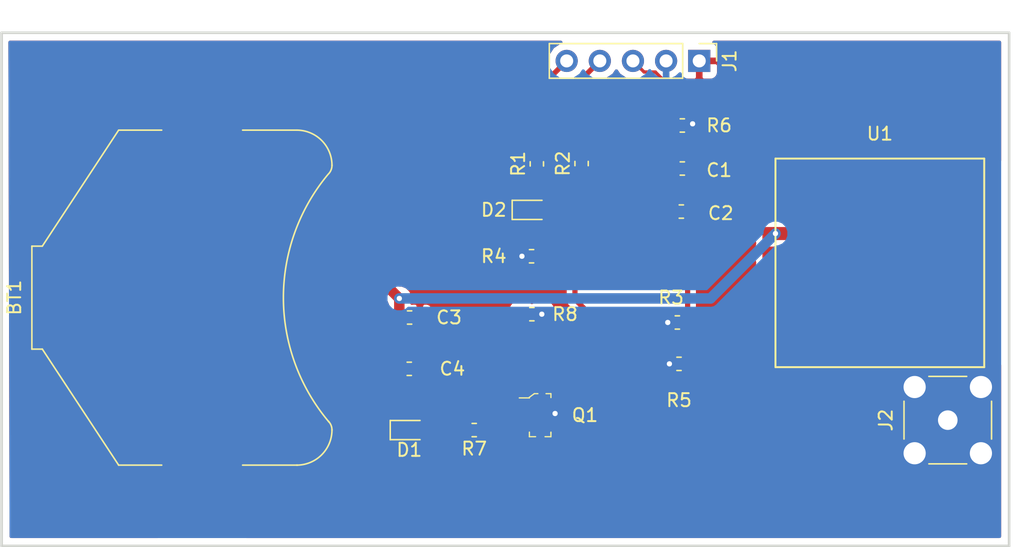
<source format=kicad_pcb>
(kicad_pcb (version 20171130) (host pcbnew "(5.0.0)")

  (general
    (thickness 1.6)
    (drawings 4)
    (tracks 65)
    (zones 0)
    (modules 19)
    (nets 24)
  )

  (page A4)
  (layers
    (0 F.Cu signal)
    (31 B.Cu signal)
    (32 B.Adhes user)
    (33 F.Adhes user)
    (34 B.Paste user)
    (35 F.Paste user)
    (36 B.SilkS user)
    (37 F.SilkS user)
    (38 B.Mask user)
    (39 F.Mask user)
    (40 Dwgs.User user)
    (41 Cmts.User user)
    (42 Eco1.User user)
    (43 Eco2.User user)
    (44 Edge.Cuts user)
    (45 Margin user)
    (46 B.CrtYd user)
    (47 F.CrtYd user)
    (48 B.Fab user)
    (49 F.Fab user)
  )

  (setup
    (last_trace_width 0.4)
    (trace_clearance 0.2)
    (zone_clearance 0.508)
    (zone_45_only no)
    (trace_min 0.2)
    (segment_width 0.2)
    (edge_width 0.2)
    (via_size 0.8)
    (via_drill 0.4)
    (via_min_size 0.4)
    (via_min_drill 0.3)
    (uvia_size 0.3)
    (uvia_drill 0.1)
    (uvias_allowed no)
    (uvia_min_size 0.2)
    (uvia_min_drill 0.1)
    (pcb_text_width 0.3)
    (pcb_text_size 1.5 1.5)
    (mod_edge_width 0.15)
    (mod_text_size 1 1)
    (mod_text_width 0.15)
    (pad_size 1.524 1.524)
    (pad_drill 0.762)
    (pad_to_mask_clearance 0.2)
    (aux_axis_origin 0 0)
    (visible_elements 7FFFEFFF)
    (pcbplotparams
      (layerselection 0x010fc_ffffffff)
      (usegerberextensions false)
      (usegerberattributes false)
      (usegerberadvancedattributes false)
      (creategerberjobfile false)
      (excludeedgelayer true)
      (linewidth 0.100000)
      (plotframeref false)
      (viasonmask false)
      (mode 1)
      (useauxorigin false)
      (hpglpennumber 1)
      (hpglpenspeed 20)
      (hpglpendiameter 15.000000)
      (psnegative false)
      (psa4output false)
      (plotreference true)
      (plotvalue true)
      (plotinvisibletext false)
      (padsonsilk false)
      (subtractmaskfromsilk false)
      (outputformat 1)
      (mirror false)
      (drillshape 1)
      (scaleselection 1)
      (outputdirectory ""))
  )

  (net 0 "")
  (net 1 +3V3)
  (net 2 "Net-(Q1-Pad2)")
  (net 3 "Net-(Q1-Pad1)")
  (net 4 "Net-(U1-Pad20)")
  (net 5 GND)
  (net 6 "Net-(U1-Pad18)")
  (net 7 "Net-(U1-Pad17)")
  (net 8 "Net-(U1-Pad16)")
  (net 9 "Net-(U1-Pad15)")
  (net 10 "Net-(U1-Pad14)")
  (net 11 "Net-(U1-Pad13)")
  (net 12 EX_ANT)
  (net 13 RX)
  (net 14 TX)
  (net 15 "Net-(U1-Pad7)")
  (net 16 "Net-(U1-Pad6)")
  (net 17 "Net-(BT1-Pad1)")
  (net 18 NRESET)
  (net 19 "Net-(C1-Pad1)")
  (net 20 "Net-(D1-Pad2)")
  (net 21 "Net-(J1-Pad5)")
  (net 22 "Net-(J1-Pad4)")
  (net 23 "Net-(D2-Pad2)")

  (net_class Default "This is the default net class."
    (clearance 0.2)
    (trace_width 0.4)
    (via_dia 0.8)
    (via_drill 0.4)
    (uvia_dia 0.3)
    (uvia_drill 0.1)
    (add_net +3V3)
    (add_net EX_ANT)
    (add_net GND)
    (add_net NRESET)
    (add_net "Net-(BT1-Pad1)")
    (add_net "Net-(C1-Pad1)")
    (add_net "Net-(D1-Pad2)")
    (add_net "Net-(D2-Pad2)")
    (add_net "Net-(J1-Pad4)")
    (add_net "Net-(J1-Pad5)")
    (add_net "Net-(Q1-Pad1)")
    (add_net "Net-(Q1-Pad2)")
    (add_net "Net-(U1-Pad13)")
    (add_net "Net-(U1-Pad14)")
    (add_net "Net-(U1-Pad15)")
    (add_net "Net-(U1-Pad16)")
    (add_net "Net-(U1-Pad17)")
    (add_net "Net-(U1-Pad18)")
    (add_net "Net-(U1-Pad20)")
    (add_net "Net-(U1-Pad6)")
    (add_net "Net-(U1-Pad7)")
    (add_net RX)
    (add_net TX)
  )

  (module Connector_Coaxial:SMA_Amphenol_132134-11_Vertical (layer F.Cu) (tedit 5B2F4C93) (tstamp 5CFB6371)
    (at 205.613 88.138 90)
    (descr https://www.amphenolrf.com/downloads/dl/file/id/3406/product/2975/132134_11_customer_drawing.pdf)
    (tags "SMA THT Female Jack Vertical ExtendedLegs")
    (path /5C4EA853)
    (fp_text reference J2 (at 0 -4.75 90) (layer F.SilkS)
      (effects (font (size 1 1) (thickness 0.15)))
    )
    (fp_text value Conn_Coaxial (at 0 5 90) (layer F.Fab)
      (effects (font (size 1 1) (thickness 0.15)))
    )
    (fp_circle (center 0 0) (end 3.175 0) (layer F.Fab) (width 0.1))
    (fp_line (start 4.17 4.17) (end -4.17 4.17) (layer F.CrtYd) (width 0.05))
    (fp_line (start 4.17 4.17) (end 4.17 -4.17) (layer F.CrtYd) (width 0.05))
    (fp_line (start -4.17 -4.17) (end -4.17 4.17) (layer F.CrtYd) (width 0.05))
    (fp_line (start -4.17 -4.17) (end 4.17 -4.17) (layer F.CrtYd) (width 0.05))
    (fp_line (start -3.175 -3.175) (end 3.175 -3.175) (layer F.Fab) (width 0.1))
    (fp_line (start -3.175 -3.175) (end -3.175 3.175) (layer F.Fab) (width 0.1))
    (fp_line (start -3.175 3.175) (end 3.175 3.175) (layer F.Fab) (width 0.1))
    (fp_line (start 3.175 -3.175) (end 3.175 3.175) (layer F.Fab) (width 0.1))
    (fp_line (start -3.355 -1.45) (end -3.355 1.45) (layer F.SilkS) (width 0.12))
    (fp_line (start 3.355 -1.45) (end 3.355 1.45) (layer F.SilkS) (width 0.12))
    (fp_line (start -1.45 3.355) (end 1.45 3.355) (layer F.SilkS) (width 0.12))
    (fp_line (start -1.45 -3.355) (end 1.45 -3.355) (layer F.SilkS) (width 0.12))
    (fp_text user %R (at 0 0 90) (layer F.Fab)
      (effects (font (size 1 1) (thickness 0.15)))
    )
    (pad 1 thru_hole circle (at 0 0 90) (size 2.05 2.05) (drill 1.5) (layers *.Cu *.Mask)
      (net 12 EX_ANT))
    (pad 2 thru_hole circle (at 2.54 2.54 90) (size 2.25 2.25) (drill 1.7) (layers *.Cu *.Mask)
      (net 5 GND))
    (pad 2 thru_hole circle (at 2.54 -2.54 90) (size 2.25 2.25) (drill 1.7) (layers *.Cu *.Mask)
      (net 5 GND))
    (pad 2 thru_hole circle (at -2.54 -2.54 90) (size 2.25 2.25) (drill 1.7) (layers *.Cu *.Mask)
      (net 5 GND))
    (pad 2 thru_hole circle (at -2.54 2.54 90) (size 2.25 2.25) (drill 1.7) (layers *.Cu *.Mask)
      (net 5 GND))
    (model ${KISYS3DMOD}/Connector_Coaxial.3dshapes/SMA_Amphenol_132134-11_Vertical.wrl
      (at (xyz 0 0 0))
      (scale (xyz 1 1 1))
      (rotate (xyz 0 0 0))
    )
  )

  (module Battery:BatteryHolder_Keystone_3008_1x2450 (layer F.Cu) (tedit 58972352) (tstamp 5CDB900A)
    (at 148.463 78.74 90)
    (descr http://www.keyelco.com/product-pdf.cfm?p=786)
    (tags "Keystone type 3008 coin cell retainer")
    (path /5C49AB75)
    (attr smd)
    (fp_text reference BT1 (at 0 -14.4 90) (layer F.SilkS)
      (effects (font (size 1 1) (thickness 0.15)))
    )
    (fp_text value 3.3V (at 0 14 90) (layer F.Fab)
      (effects (font (size 1 1) (thickness 0.15)))
    )
    (fp_text user %R (at 0 0 90) (layer F.Fab)
      (effects (font (size 1 1) (thickness 0.15)))
    )
    (fp_arc (start 0 0) (end 0 12.8) (angle -41.7) (layer F.CrtYd) (width 0.05))
    (fp_arc (start 0 21) (end 9.15 10.05) (angle -3.2) (layer F.CrtYd) (width 0.05))
    (fp_arc (start 0 0) (end 0 12.8) (angle 41.7) (layer F.CrtYd) (width 0.05))
    (fp_arc (start 0 21) (end -9.15 10.05) (angle 3.2) (layer F.CrtYd) (width 0.05))
    (fp_arc (start 10.15 9) (end 10.15 10.45) (angle 45) (layer F.CrtYd) (width 0.05))
    (fp_arc (start -10.15 9) (end -10.15 10.45) (angle -45) (layer F.CrtYd) (width 0.05))
    (fp_arc (start 10.15 7.25) (end 10.15 10.45) (angle -90) (layer F.CrtYd) (width 0.05))
    (fp_arc (start -10.15 7.25) (end -10.15 10.45) (angle 90) (layer F.CrtYd) (width 0.05))
    (fp_arc (start 0 21) (end -9.55 9.73) (angle 80) (layer F.SilkS) (width 0.12))
    (fp_arc (start 10.15 9) (end 10.15 9.95) (angle 45) (layer F.SilkS) (width 0.12))
    (fp_arc (start -10.15 9) (end -10.15 9.95) (angle -45) (layer F.SilkS) (width 0.12))
    (fp_arc (start 10.15 9) (end 10.15 9.8) (angle 45) (layer F.Fab) (width 0.1))
    (fp_arc (start -10.15 9) (end -10.15 9.8) (angle -45) (layer F.Fab) (width 0.1))
    (fp_arc (start 0 21) (end -9.6 9.58) (angle 80) (layer F.Fab) (width 0.1))
    (fp_arc (start -10.15 7.25) (end -10.15 9.95) (angle 90) (layer F.SilkS) (width 0.12))
    (fp_arc (start 10.15 7.25) (end 10.15 9.95) (angle -90) (layer F.SilkS) (width 0.12))
    (fp_line (start 12.85 3.1) (end 12.85 7.3) (layer F.SilkS) (width 0.12))
    (fp_line (start -12.85 3.1) (end -12.85 7.3) (layer F.SilkS) (width 0.12))
    (fp_line (start 13.35 3.25) (end 13.35 7.3) (layer F.CrtYd) (width 0.05))
    (fp_arc (start 10.15 7.25) (end 10.15 9.8) (angle -90) (layer F.Fab) (width 0.1))
    (fp_arc (start -10.15 7.25) (end -10.15 9.8) (angle 90) (layer F.Fab) (width 0.1))
    (fp_circle (center 0 0) (end 12.25 0) (layer Dwgs.User) (width 0.15))
    (fp_line (start 4.45 -13.55) (end 4.45 -12.55) (layer F.CrtYd) (width 0.05))
    (fp_line (start -4.45 -13.55) (end 4.45 -13.55) (layer F.CrtYd) (width 0.05))
    (fp_line (start -4.45 -13.55) (end -4.45 -12.55) (layer F.CrtYd) (width 0.05))
    (fp_line (start 4.45 -12.55) (end 13.35 -6.7) (layer F.CrtYd) (width 0.05))
    (fp_line (start 13.35 -6.7) (end 13.35 -3.25) (layer F.CrtYd) (width 0.05))
    (fp_line (start 18.8 3.25) (end 13.35 3.25) (layer F.CrtYd) (width 0.05))
    (fp_line (start 18.8 -3.25) (end 18.8 3.25) (layer F.CrtYd) (width 0.05))
    (fp_line (start 13.35 -3.25) (end 18.8 -3.25) (layer F.CrtYd) (width 0.05))
    (fp_line (start -4.45 -12.55) (end -13.35 -6.7) (layer F.CrtYd) (width 0.05))
    (fp_line (start -18.8 -3.25) (end -18.8 3.25) (layer F.CrtYd) (width 0.05))
    (fp_line (start -18.8 3.25) (end -13.35 3.25) (layer F.CrtYd) (width 0.05))
    (fp_line (start -13.35 3.25) (end -13.35 7.3) (layer F.CrtYd) (width 0.05))
    (fp_line (start -13.35 -3.25) (end -18.8 -3.25) (layer F.CrtYd) (width 0.05))
    (fp_line (start -13.35 -6.7) (end -13.35 -3.25) (layer F.CrtYd) (width 0.05))
    (fp_line (start 12.85 -6.4) (end 12.85 -3.1) (layer F.SilkS) (width 0.12))
    (fp_line (start 3.95 -12.25) (end 12.85 -6.4) (layer F.SilkS) (width 0.12))
    (fp_line (start 3.95 -13.05) (end 3.95 -12.25) (layer F.SilkS) (width 0.12))
    (fp_line (start -3.95 -13.05) (end 3.95 -13.05) (layer F.SilkS) (width 0.12))
    (fp_line (start -3.95 -13.05) (end -3.95 -12.25) (layer F.SilkS) (width 0.12))
    (fp_line (start -3.95 -12.25) (end -12.85 -6.4) (layer F.SilkS) (width 0.12))
    (fp_line (start -12.85 -6.4) (end -12.85 -3.1) (layer F.SilkS) (width 0.12))
    (fp_line (start 3.8 -12.2) (end 12.7 -6.35) (layer F.Fab) (width 0.1))
    (fp_line (start 12.7 -6.35) (end 12.7 7.3) (layer F.Fab) (width 0.1))
    (fp_line (start -3.8 -12.2) (end -12.7 -6.35) (layer F.Fab) (width 0.1))
    (fp_line (start -12.7 -6.35) (end -12.7 7.3) (layer F.Fab) (width 0.1))
    (fp_line (start -3.8 -12.9) (end -3.8 -12.2) (layer F.Fab) (width 0.1))
    (fp_line (start 3.8 -12.9) (end 3.8 -12.2) (layer F.Fab) (width 0.1))
    (fp_line (start -3.8 -12.9) (end 3.8 -12.9) (layer F.Fab) (width 0.1))
    (pad 1 smd rect (at -15.3 0 90) (size 6 5.5) (layers F.Cu F.Paste F.Mask)
      (net 17 "Net-(BT1-Pad1)"))
    (pad 1 smd rect (at 15.3 0 90) (size 6 5.5) (layers F.Cu F.Paste F.Mask)
      (net 17 "Net-(BT1-Pad1)"))
    (pad 2 smd rect (at 0 0 90) (size 8 8) (layers F.Cu F.Mask)
      (net 5 GND))
    (model ${KISYS3DMOD}/Battery.3dshapes/BatteryHolder_Keystone_3008_1x2450.wrl
      (at (xyz 0 0 0))
      (scale (xyz 1 1 1))
      (rotate (xyz 0 0 0))
    )
  )

  (module Capacitor_SMD:C_0603_1608Metric (layer F.Cu) (tedit 5B301BBE) (tstamp 5CE45718)
    (at 185.1915 72.136)
    (descr "Capacitor SMD 0603 (1608 Metric), square (rectangular) end terminal, IPC_7351 nominal, (Body size source: http://www.tortai-tech.com/upload/download/2011102023233369053.pdf), generated with kicad-footprint-generator")
    (tags capacitor)
    (path /5BF70D2D)
    (attr smd)
    (fp_text reference C2 (at 3.0225 0.127) (layer F.SilkS)
      (effects (font (size 1 1) (thickness 0.15)))
    )
    (fp_text value 0.01u (at 0 1.43) (layer F.Fab)
      (effects (font (size 1 1) (thickness 0.15)))
    )
    (fp_text user %R (at 0 0) (layer F.Fab)
      (effects (font (size 0.4 0.4) (thickness 0.06)))
    )
    (fp_line (start 1.48 0.73) (end -1.48 0.73) (layer F.CrtYd) (width 0.05))
    (fp_line (start 1.48 -0.73) (end 1.48 0.73) (layer F.CrtYd) (width 0.05))
    (fp_line (start -1.48 -0.73) (end 1.48 -0.73) (layer F.CrtYd) (width 0.05))
    (fp_line (start -1.48 0.73) (end -1.48 -0.73) (layer F.CrtYd) (width 0.05))
    (fp_line (start -0.162779 0.51) (end 0.162779 0.51) (layer F.SilkS) (width 0.12))
    (fp_line (start -0.162779 -0.51) (end 0.162779 -0.51) (layer F.SilkS) (width 0.12))
    (fp_line (start 0.8 0.4) (end -0.8 0.4) (layer F.Fab) (width 0.1))
    (fp_line (start 0.8 -0.4) (end 0.8 0.4) (layer F.Fab) (width 0.1))
    (fp_line (start -0.8 -0.4) (end 0.8 -0.4) (layer F.Fab) (width 0.1))
    (fp_line (start -0.8 0.4) (end -0.8 -0.4) (layer F.Fab) (width 0.1))
    (pad 2 smd roundrect (at 0.7875 0) (size 0.875 0.95) (layers F.Cu F.Paste F.Mask) (roundrect_rratio 0.25)
      (net 5 GND))
    (pad 1 smd roundrect (at -0.7875 0) (size 0.875 0.95) (layers F.Cu F.Paste F.Mask) (roundrect_rratio 0.25)
      (net 19 "Net-(C1-Pad1)"))
    (model ${KISYS3DMOD}/Capacitor_SMD.3dshapes/C_0603_1608Metric.wrl
      (at (xyz 0 0 0))
      (scale (xyz 1 1 1))
      (rotate (xyz 0 0 0))
    )
  )

  (module Capacitor_SMD:C_0603_1608Metric (layer F.Cu) (tedit 5B301BBE) (tstamp 5CDB9218)
    (at 164.338 84.201)
    (descr "Capacitor SMD 0603 (1608 Metric), square (rectangular) end terminal, IPC_7351 nominal, (Body size source: http://www.tortai-tech.com/upload/download/2011102023233369053.pdf), generated with kicad-footprint-generator")
    (tags capacitor)
    (path /5C4999D4)
    (attr smd)
    (fp_text reference C4 (at 3.302 0) (layer F.SilkS)
      (effects (font (size 1 1) (thickness 0.15)))
    )
    (fp_text value 0.1u (at 0 1.43) (layer F.Fab)
      (effects (font (size 1 1) (thickness 0.15)))
    )
    (fp_line (start -0.8 0.4) (end -0.8 -0.4) (layer F.Fab) (width 0.1))
    (fp_line (start -0.8 -0.4) (end 0.8 -0.4) (layer F.Fab) (width 0.1))
    (fp_line (start 0.8 -0.4) (end 0.8 0.4) (layer F.Fab) (width 0.1))
    (fp_line (start 0.8 0.4) (end -0.8 0.4) (layer F.Fab) (width 0.1))
    (fp_line (start -0.162779 -0.51) (end 0.162779 -0.51) (layer F.SilkS) (width 0.12))
    (fp_line (start -0.162779 0.51) (end 0.162779 0.51) (layer F.SilkS) (width 0.12))
    (fp_line (start -1.48 0.73) (end -1.48 -0.73) (layer F.CrtYd) (width 0.05))
    (fp_line (start -1.48 -0.73) (end 1.48 -0.73) (layer F.CrtYd) (width 0.05))
    (fp_line (start 1.48 -0.73) (end 1.48 0.73) (layer F.CrtYd) (width 0.05))
    (fp_line (start 1.48 0.73) (end -1.48 0.73) (layer F.CrtYd) (width 0.05))
    (fp_text user %R (at 0 0) (layer F.Fab)
      (effects (font (size 0.4 0.4) (thickness 0.06)))
    )
    (pad 1 smd roundrect (at -0.7875 0) (size 0.875 0.95) (layers F.Cu F.Paste F.Mask) (roundrect_rratio 0.25)
      (net 17 "Net-(BT1-Pad1)"))
    (pad 2 smd roundrect (at 0.7875 0) (size 0.875 0.95) (layers F.Cu F.Paste F.Mask) (roundrect_rratio 0.25)
      (net 5 GND))
    (model ${KISYS3DMOD}/Capacitor_SMD.3dshapes/C_0603_1608Metric.wrl
      (at (xyz 0 0 0))
      (scale (xyz 1 1 1))
      (rotate (xyz 0 0 0))
    )
  )

  (module Capacitor_SMD:C_0603_1608Metric (layer F.Cu) (tedit 5B301BBE) (tstamp 5CE4579A)
    (at 185.2675 68.834)
    (descr "Capacitor SMD 0603 (1608 Metric), square (rectangular) end terminal, IPC_7351 nominal, (Body size source: http://www.tortai-tech.com/upload/download/2011102023233369053.pdf), generated with kicad-footprint-generator")
    (tags capacitor)
    (path /5BF70D7B)
    (attr smd)
    (fp_text reference C1 (at 2.8195 0.127) (layer F.SilkS)
      (effects (font (size 1 1) (thickness 0.15)))
    )
    (fp_text value 1u (at 0 1.43) (layer F.Fab)
      (effects (font (size 1 1) (thickness 0.15)))
    )
    (fp_text user %R (at 0 0) (layer F.Fab)
      (effects (font (size 0.4 0.4) (thickness 0.06)))
    )
    (fp_line (start 1.48 0.73) (end -1.48 0.73) (layer F.CrtYd) (width 0.05))
    (fp_line (start 1.48 -0.73) (end 1.48 0.73) (layer F.CrtYd) (width 0.05))
    (fp_line (start -1.48 -0.73) (end 1.48 -0.73) (layer F.CrtYd) (width 0.05))
    (fp_line (start -1.48 0.73) (end -1.48 -0.73) (layer F.CrtYd) (width 0.05))
    (fp_line (start -0.162779 0.51) (end 0.162779 0.51) (layer F.SilkS) (width 0.12))
    (fp_line (start -0.162779 -0.51) (end 0.162779 -0.51) (layer F.SilkS) (width 0.12))
    (fp_line (start 0.8 0.4) (end -0.8 0.4) (layer F.Fab) (width 0.1))
    (fp_line (start 0.8 -0.4) (end 0.8 0.4) (layer F.Fab) (width 0.1))
    (fp_line (start -0.8 -0.4) (end 0.8 -0.4) (layer F.Fab) (width 0.1))
    (fp_line (start -0.8 0.4) (end -0.8 -0.4) (layer F.Fab) (width 0.1))
    (pad 2 smd roundrect (at 0.7875 0) (size 0.875 0.95) (layers F.Cu F.Paste F.Mask) (roundrect_rratio 0.25)
      (net 5 GND))
    (pad 1 smd roundrect (at -0.7875 0) (size 0.875 0.95) (layers F.Cu F.Paste F.Mask) (roundrect_rratio 0.25)
      (net 19 "Net-(C1-Pad1)"))
    (model ${KISYS3DMOD}/Capacitor_SMD.3dshapes/C_0603_1608Metric.wrl
      (at (xyz 0 0 0))
      (scale (xyz 1 1 1))
      (rotate (xyz 0 0 0))
    )
  )

  (module Capacitor_SMD:C_0603_1608Metric (layer F.Cu) (tedit 5B301BBE) (tstamp 5CDB90F2)
    (at 164.3635 80.264)
    (descr "Capacitor SMD 0603 (1608 Metric), square (rectangular) end terminal, IPC_7351 nominal, (Body size source: http://www.tortai-tech.com/upload/download/2011102023233369053.pdf), generated with kicad-footprint-generator")
    (tags capacitor)
    (path /5BF7059E)
    (attr smd)
    (fp_text reference C3 (at 3.0225 0) (layer F.SilkS)
      (effects (font (size 1 1) (thickness 0.15)))
    )
    (fp_text value 1u (at 0 1.43) (layer F.Fab)
      (effects (font (size 1 1) (thickness 0.15)))
    )
    (fp_line (start -0.8 0.4) (end -0.8 -0.4) (layer F.Fab) (width 0.1))
    (fp_line (start -0.8 -0.4) (end 0.8 -0.4) (layer F.Fab) (width 0.1))
    (fp_line (start 0.8 -0.4) (end 0.8 0.4) (layer F.Fab) (width 0.1))
    (fp_line (start 0.8 0.4) (end -0.8 0.4) (layer F.Fab) (width 0.1))
    (fp_line (start -0.162779 -0.51) (end 0.162779 -0.51) (layer F.SilkS) (width 0.12))
    (fp_line (start -0.162779 0.51) (end 0.162779 0.51) (layer F.SilkS) (width 0.12))
    (fp_line (start -1.48 0.73) (end -1.48 -0.73) (layer F.CrtYd) (width 0.05))
    (fp_line (start -1.48 -0.73) (end 1.48 -0.73) (layer F.CrtYd) (width 0.05))
    (fp_line (start 1.48 -0.73) (end 1.48 0.73) (layer F.CrtYd) (width 0.05))
    (fp_line (start 1.48 0.73) (end -1.48 0.73) (layer F.CrtYd) (width 0.05))
    (fp_text user %R (at 0 0) (layer F.Fab)
      (effects (font (size 0.4 0.4) (thickness 0.06)))
    )
    (pad 1 smd roundrect (at -0.7875 0) (size 0.875 0.95) (layers F.Cu F.Paste F.Mask) (roundrect_rratio 0.25)
      (net 17 "Net-(BT1-Pad1)"))
    (pad 2 smd roundrect (at 0.7875 0) (size 0.875 0.95) (layers F.Cu F.Paste F.Mask) (roundrect_rratio 0.25)
      (net 5 GND))
    (model ${KISYS3DMOD}/Capacitor_SMD.3dshapes/C_0603_1608Metric.wrl
      (at (xyz 0 0 0))
      (scale (xyz 1 1 1))
      (rotate (xyz 0 0 0))
    )
  )

  (module Connector_PinHeader_2.54mm:PinHeader_1x05_P2.54mm_Vertical (layer F.Cu) (tedit 59FED5CC) (tstamp 5CDB92A1)
    (at 186.563 60.579 270)
    (descr "Through hole straight pin header, 1x05, 2.54mm pitch, single row")
    (tags "Through hole pin header THT 1x05 2.54mm single row")
    (path /5C4E7715)
    (fp_text reference J1 (at 0 -2.33 270) (layer F.SilkS)
      (effects (font (size 1 1) (thickness 0.15)))
    )
    (fp_text value Conn_01x05 (at 0 12.49 270) (layer F.Fab)
      (effects (font (size 1 1) (thickness 0.15)))
    )
    (fp_line (start -0.635 -1.27) (end 1.27 -1.27) (layer F.Fab) (width 0.1))
    (fp_line (start 1.27 -1.27) (end 1.27 11.43) (layer F.Fab) (width 0.1))
    (fp_line (start 1.27 11.43) (end -1.27 11.43) (layer F.Fab) (width 0.1))
    (fp_line (start -1.27 11.43) (end -1.27 -0.635) (layer F.Fab) (width 0.1))
    (fp_line (start -1.27 -0.635) (end -0.635 -1.27) (layer F.Fab) (width 0.1))
    (fp_line (start -1.33 11.49) (end 1.33 11.49) (layer F.SilkS) (width 0.12))
    (fp_line (start -1.33 1.27) (end -1.33 11.49) (layer F.SilkS) (width 0.12))
    (fp_line (start 1.33 1.27) (end 1.33 11.49) (layer F.SilkS) (width 0.12))
    (fp_line (start -1.33 1.27) (end 1.33 1.27) (layer F.SilkS) (width 0.12))
    (fp_line (start -1.33 0) (end -1.33 -1.33) (layer F.SilkS) (width 0.12))
    (fp_line (start -1.33 -1.33) (end 0 -1.33) (layer F.SilkS) (width 0.12))
    (fp_line (start -1.8 -1.8) (end -1.8 11.95) (layer F.CrtYd) (width 0.05))
    (fp_line (start -1.8 11.95) (end 1.8 11.95) (layer F.CrtYd) (width 0.05))
    (fp_line (start 1.8 11.95) (end 1.8 -1.8) (layer F.CrtYd) (width 0.05))
    (fp_line (start 1.8 -1.8) (end -1.8 -1.8) (layer F.CrtYd) (width 0.05))
    (fp_text user %R (at 0 5.08) (layer F.Fab)
      (effects (font (size 1 1) (thickness 0.15)))
    )
    (pad 1 thru_hole rect (at 0 0 270) (size 1.7 1.7) (drill 1) (layers *.Cu *.Mask)
      (net 5 GND))
    (pad 2 thru_hole oval (at 0 2.54 270) (size 1.7 1.7) (drill 1) (layers *.Cu *.Mask)
      (net 1 +3V3))
    (pad 3 thru_hole oval (at 0 5.08 270) (size 1.7 1.7) (drill 1) (layers *.Cu *.Mask)
      (net 18 NRESET))
    (pad 4 thru_hole oval (at 0 7.62 270) (size 1.7 1.7) (drill 1) (layers *.Cu *.Mask)
      (net 22 "Net-(J1-Pad4)"))
    (pad 5 thru_hole oval (at 0 10.16 270) (size 1.7 1.7) (drill 1) (layers *.Cu *.Mask)
      (net 21 "Net-(J1-Pad5)"))
    (model ${KISYS3DMOD}/Connector_PinHeader_2.54mm.3dshapes/PinHeader_1x05_P2.54mm_Vertical.wrl
      (at (xyz 0 0 0))
      (scale (xyz 1 1 1))
      (rotate (xyz 0 0 0))
    )
  )

  (module Diode_SMD:D_0603_1608Metric (layer F.Cu) (tedit 5B301BBE) (tstamp 5CF0E14D)
    (at 173.7105 72.009)
    (descr "Diode SMD 0603 (1608 Metric), square (rectangular) end terminal, IPC_7351 nominal, (Body size source: http://www.tortai-tech.com/upload/download/2011102023233369053.pdf), generated with kicad-footprint-generator")
    (tags diode)
    (path /5C48F671)
    (attr smd)
    (fp_text reference D2 (at -2.8955 0) (layer F.SilkS)
      (effects (font (size 1 1) (thickness 0.15)))
    )
    (fp_text value LED (at 0 1.43) (layer F.Fab)
      (effects (font (size 1 1) (thickness 0.15)))
    )
    (fp_text user %R (at 0 0) (layer F.Fab)
      (effects (font (size 0.4 0.4) (thickness 0.06)))
    )
    (fp_line (start 1.48 0.73) (end -1.48 0.73) (layer F.CrtYd) (width 0.05))
    (fp_line (start 1.48 -0.73) (end 1.48 0.73) (layer F.CrtYd) (width 0.05))
    (fp_line (start -1.48 -0.73) (end 1.48 -0.73) (layer F.CrtYd) (width 0.05))
    (fp_line (start -1.48 0.73) (end -1.48 -0.73) (layer F.CrtYd) (width 0.05))
    (fp_line (start -1.485 0.735) (end 0.8 0.735) (layer F.SilkS) (width 0.12))
    (fp_line (start -1.485 -0.735) (end -1.485 0.735) (layer F.SilkS) (width 0.12))
    (fp_line (start 0.8 -0.735) (end -1.485 -0.735) (layer F.SilkS) (width 0.12))
    (fp_line (start 0.8 0.4) (end 0.8 -0.4) (layer F.Fab) (width 0.1))
    (fp_line (start -0.8 0.4) (end 0.8 0.4) (layer F.Fab) (width 0.1))
    (fp_line (start -0.8 -0.1) (end -0.8 0.4) (layer F.Fab) (width 0.1))
    (fp_line (start -0.5 -0.4) (end -0.8 -0.1) (layer F.Fab) (width 0.1))
    (fp_line (start 0.8 -0.4) (end -0.5 -0.4) (layer F.Fab) (width 0.1))
    (pad 2 smd roundrect (at 0.7875 0) (size 0.875 0.95) (layers F.Cu F.Paste F.Mask) (roundrect_rratio 0.25)
      (net 23 "Net-(D2-Pad2)"))
    (pad 1 smd roundrect (at -0.7875 0) (size 0.875 0.95) (layers F.Cu F.Paste F.Mask) (roundrect_rratio 0.25)
      (net 5 GND))
    (model ${KISYS3DMOD}/Diode_SMD.3dshapes/D_0603_1608Metric.wrl
      (at (xyz 0 0 0))
      (scale (xyz 1 1 1))
      (rotate (xyz 0 0 0))
    )
  )

  (module Diode_SMD:D_0603_1608Metric (layer F.Cu) (tedit 5B301BBE) (tstamp 5CE45822)
    (at 164.3635 88.9)
    (descr "Diode SMD 0603 (1608 Metric), square (rectangular) end terminal, IPC_7351 nominal, (Body size source: http://www.tortai-tech.com/upload/download/2011102023233369053.pdf), generated with kicad-footprint-generator")
    (tags diode)
    (path /5BF71465)
    (attr smd)
    (fp_text reference D1 (at -0.0255 1.524) (layer F.SilkS)
      (effects (font (size 1 1) (thickness 0.15)))
    )
    (fp_text value LED (at -0.0255 -1.397) (layer F.Fab)
      (effects (font (size 1 1) (thickness 0.15)))
    )
    (fp_line (start 0.8 -0.4) (end -0.5 -0.4) (layer F.Fab) (width 0.1))
    (fp_line (start -0.5 -0.4) (end -0.8 -0.1) (layer F.Fab) (width 0.1))
    (fp_line (start -0.8 -0.1) (end -0.8 0.4) (layer F.Fab) (width 0.1))
    (fp_line (start -0.8 0.4) (end 0.8 0.4) (layer F.Fab) (width 0.1))
    (fp_line (start 0.8 0.4) (end 0.8 -0.4) (layer F.Fab) (width 0.1))
    (fp_line (start 0.8 -0.735) (end -1.485 -0.735) (layer F.SilkS) (width 0.12))
    (fp_line (start -1.485 -0.735) (end -1.485 0.735) (layer F.SilkS) (width 0.12))
    (fp_line (start -1.485 0.735) (end 0.8 0.735) (layer F.SilkS) (width 0.12))
    (fp_line (start -1.48 0.73) (end -1.48 -0.73) (layer F.CrtYd) (width 0.05))
    (fp_line (start -1.48 -0.73) (end 1.48 -0.73) (layer F.CrtYd) (width 0.05))
    (fp_line (start 1.48 -0.73) (end 1.48 0.73) (layer F.CrtYd) (width 0.05))
    (fp_line (start 1.48 0.73) (end -1.48 0.73) (layer F.CrtYd) (width 0.05))
    (fp_text user %R (at 0 0) (layer F.Fab)
      (effects (font (size 0.4 0.4) (thickness 0.06)))
    )
    (pad 1 smd roundrect (at -0.7875 0) (size 0.875 0.95) (layers F.Cu F.Paste F.Mask) (roundrect_rratio 0.25)
      (net 5 GND))
    (pad 2 smd roundrect (at 0.7875 0) (size 0.875 0.95) (layers F.Cu F.Paste F.Mask) (roundrect_rratio 0.25)
      (net 20 "Net-(D1-Pad2)"))
    (model ${KISYS3DMOD}/Diode_SMD.3dshapes/D_0603_1608Metric.wrl
      (at (xyz 0 0 0))
      (scale (xyz 1 1 1))
      (rotate (xyz 0 0 0))
    )
  )

  (module Resistor_SMD:R_0603_1608Metric (layer F.Cu) (tedit 5B301BBD) (tstamp 5CDB90C2)
    (at 185.0135 83.82)
    (descr "Resistor SMD 0603 (1608 Metric), square (rectangular) end terminal, IPC_7351 nominal, (Body size source: http://www.tortai-tech.com/upload/download/2011102023233369053.pdf), generated with kicad-footprint-generator")
    (tags resistor)
    (path /5C4C281C)
    (attr smd)
    (fp_text reference R5 (at 0 2.794) (layer F.SilkS)
      (effects (font (size 1 1) (thickness 0.15)))
    )
    (fp_text value 100k (at 0 1.43) (layer F.Fab)
      (effects (font (size 1 1) (thickness 0.15)))
    )
    (fp_text user %R (at 0 0) (layer F.Fab)
      (effects (font (size 0.4 0.4) (thickness 0.06)))
    )
    (fp_line (start 1.48 0.73) (end -1.48 0.73) (layer F.CrtYd) (width 0.05))
    (fp_line (start 1.48 -0.73) (end 1.48 0.73) (layer F.CrtYd) (width 0.05))
    (fp_line (start -1.48 -0.73) (end 1.48 -0.73) (layer F.CrtYd) (width 0.05))
    (fp_line (start -1.48 0.73) (end -1.48 -0.73) (layer F.CrtYd) (width 0.05))
    (fp_line (start -0.162779 0.51) (end 0.162779 0.51) (layer F.SilkS) (width 0.12))
    (fp_line (start -0.162779 -0.51) (end 0.162779 -0.51) (layer F.SilkS) (width 0.12))
    (fp_line (start 0.8 0.4) (end -0.8 0.4) (layer F.Fab) (width 0.1))
    (fp_line (start 0.8 -0.4) (end 0.8 0.4) (layer F.Fab) (width 0.1))
    (fp_line (start -0.8 -0.4) (end 0.8 -0.4) (layer F.Fab) (width 0.1))
    (fp_line (start -0.8 0.4) (end -0.8 -0.4) (layer F.Fab) (width 0.1))
    (pad 2 smd roundrect (at 0.7875 0) (size 0.875 0.95) (layers F.Cu F.Paste F.Mask) (roundrect_rratio 0.25)
      (net 13 RX))
    (pad 1 smd roundrect (at -0.7875 0) (size 0.875 0.95) (layers F.Cu F.Paste F.Mask) (roundrect_rratio 0.25)
      (net 1 +3V3))
    (model ${KISYS3DMOD}/Resistor_SMD.3dshapes/R_0603_1608Metric.wrl
      (at (xyz 0 0 0))
      (scale (xyz 1 1 1))
      (rotate (xyz 0 0 0))
    )
  )

  (module Resistor_SMD:R_0603_1608Metric (layer F.Cu) (tedit 5B301BBD) (tstamp 5CDB92E1)
    (at 173.7105 75.565)
    (descr "Resistor SMD 0603 (1608 Metric), square (rectangular) end terminal, IPC_7351 nominal, (Body size source: http://www.tortai-tech.com/upload/download/2011102023233369053.pdf), generated with kicad-footprint-generator")
    (tags resistor)
    (path /5C495197)
    (attr smd)
    (fp_text reference R4 (at -2.8955 0) (layer F.SilkS)
      (effects (font (size 1 1) (thickness 0.15)))
    )
    (fp_text value 330 (at 0 1.43) (layer F.Fab)
      (effects (font (size 1 1) (thickness 0.15)))
    )
    (fp_line (start -0.8 0.4) (end -0.8 -0.4) (layer F.Fab) (width 0.1))
    (fp_line (start -0.8 -0.4) (end 0.8 -0.4) (layer F.Fab) (width 0.1))
    (fp_line (start 0.8 -0.4) (end 0.8 0.4) (layer F.Fab) (width 0.1))
    (fp_line (start 0.8 0.4) (end -0.8 0.4) (layer F.Fab) (width 0.1))
    (fp_line (start -0.162779 -0.51) (end 0.162779 -0.51) (layer F.SilkS) (width 0.12))
    (fp_line (start -0.162779 0.51) (end 0.162779 0.51) (layer F.SilkS) (width 0.12))
    (fp_line (start -1.48 0.73) (end -1.48 -0.73) (layer F.CrtYd) (width 0.05))
    (fp_line (start -1.48 -0.73) (end 1.48 -0.73) (layer F.CrtYd) (width 0.05))
    (fp_line (start 1.48 -0.73) (end 1.48 0.73) (layer F.CrtYd) (width 0.05))
    (fp_line (start 1.48 0.73) (end -1.48 0.73) (layer F.CrtYd) (width 0.05))
    (fp_text user %R (at 0 0) (layer F.Fab)
      (effects (font (size 0.4 0.4) (thickness 0.06)))
    )
    (pad 1 smd roundrect (at -0.7875 0) (size 0.875 0.95) (layers F.Cu F.Paste F.Mask) (roundrect_rratio 0.25)
      (net 1 +3V3))
    (pad 2 smd roundrect (at 0.7875 0) (size 0.875 0.95) (layers F.Cu F.Paste F.Mask) (roundrect_rratio 0.25)
      (net 23 "Net-(D2-Pad2)"))
    (model ${KISYS3DMOD}/Resistor_SMD.3dshapes/R_0603_1608Metric.wrl
      (at (xyz 0 0 0))
      (scale (xyz 1 1 1))
      (rotate (xyz 0 0 0))
    )
  )

  (module Resistor_SMD:R_0603_1608Metric (layer F.Cu) (tedit 5B301BBD) (tstamp 5CDB9152)
    (at 184.8865 80.645)
    (descr "Resistor SMD 0603 (1608 Metric), square (rectangular) end terminal, IPC_7351 nominal, (Body size source: http://www.tortai-tech.com/upload/download/2011102023233369053.pdf), generated with kicad-footprint-generator")
    (tags resistor)
    (path /5C4C291E)
    (attr smd)
    (fp_text reference R3 (at -0.4825 -1.905) (layer F.SilkS)
      (effects (font (size 1 1) (thickness 0.15)))
    )
    (fp_text value 100k (at 0 1.43) (layer F.Fab)
      (effects (font (size 1 1) (thickness 0.15)))
    )
    (fp_text user %R (at 0 0) (layer F.Fab)
      (effects (font (size 0.4 0.4) (thickness 0.06)))
    )
    (fp_line (start 1.48 0.73) (end -1.48 0.73) (layer F.CrtYd) (width 0.05))
    (fp_line (start 1.48 -0.73) (end 1.48 0.73) (layer F.CrtYd) (width 0.05))
    (fp_line (start -1.48 -0.73) (end 1.48 -0.73) (layer F.CrtYd) (width 0.05))
    (fp_line (start -1.48 0.73) (end -1.48 -0.73) (layer F.CrtYd) (width 0.05))
    (fp_line (start -0.162779 0.51) (end 0.162779 0.51) (layer F.SilkS) (width 0.12))
    (fp_line (start -0.162779 -0.51) (end 0.162779 -0.51) (layer F.SilkS) (width 0.12))
    (fp_line (start 0.8 0.4) (end -0.8 0.4) (layer F.Fab) (width 0.1))
    (fp_line (start 0.8 -0.4) (end 0.8 0.4) (layer F.Fab) (width 0.1))
    (fp_line (start -0.8 -0.4) (end 0.8 -0.4) (layer F.Fab) (width 0.1))
    (fp_line (start -0.8 0.4) (end -0.8 -0.4) (layer F.Fab) (width 0.1))
    (pad 2 smd roundrect (at 0.7875 0) (size 0.875 0.95) (layers F.Cu F.Paste F.Mask) (roundrect_rratio 0.25)
      (net 14 TX))
    (pad 1 smd roundrect (at -0.7875 0) (size 0.875 0.95) (layers F.Cu F.Paste F.Mask) (roundrect_rratio 0.25)
      (net 1 +3V3))
    (model ${KISYS3DMOD}/Resistor_SMD.3dshapes/R_0603_1608Metric.wrl
      (at (xyz 0 0 0))
      (scale (xyz 1 1 1))
      (rotate (xyz 0 0 0))
    )
  )

  (module Resistor_SMD:R_0603_1608Metric (layer F.Cu) (tedit 5B301BBD) (tstamp 5CDB9122)
    (at 177.546 68.453 90)
    (descr "Resistor SMD 0603 (1608 Metric), square (rectangular) end terminal, IPC_7351 nominal, (Body size source: http://www.tortai-tech.com/upload/download/2011102023233369053.pdf), generated with kicad-footprint-generator")
    (tags resistor)
    (path /5C4C29BE)
    (attr smd)
    (fp_text reference R2 (at 0 -1.43 90) (layer F.SilkS)
      (effects (font (size 1 1) (thickness 0.15)))
    )
    (fp_text value 0 (at 0 1.43 90) (layer F.Fab)
      (effects (font (size 1 1) (thickness 0.15)))
    )
    (fp_line (start -0.8 0.4) (end -0.8 -0.4) (layer F.Fab) (width 0.1))
    (fp_line (start -0.8 -0.4) (end 0.8 -0.4) (layer F.Fab) (width 0.1))
    (fp_line (start 0.8 -0.4) (end 0.8 0.4) (layer F.Fab) (width 0.1))
    (fp_line (start 0.8 0.4) (end -0.8 0.4) (layer F.Fab) (width 0.1))
    (fp_line (start -0.162779 -0.51) (end 0.162779 -0.51) (layer F.SilkS) (width 0.12))
    (fp_line (start -0.162779 0.51) (end 0.162779 0.51) (layer F.SilkS) (width 0.12))
    (fp_line (start -1.48 0.73) (end -1.48 -0.73) (layer F.CrtYd) (width 0.05))
    (fp_line (start -1.48 -0.73) (end 1.48 -0.73) (layer F.CrtYd) (width 0.05))
    (fp_line (start 1.48 -0.73) (end 1.48 0.73) (layer F.CrtYd) (width 0.05))
    (fp_line (start 1.48 0.73) (end -1.48 0.73) (layer F.CrtYd) (width 0.05))
    (fp_text user %R (at 0 0 90) (layer F.Fab)
      (effects (font (size 0.4 0.4) (thickness 0.06)))
    )
    (pad 1 smd roundrect (at -0.7875 0 90) (size 0.875 0.95) (layers F.Cu F.Paste F.Mask) (roundrect_rratio 0.25)
      (net 14 TX))
    (pad 2 smd roundrect (at 0.7875 0 90) (size 0.875 0.95) (layers F.Cu F.Paste F.Mask) (roundrect_rratio 0.25)
      (net 22 "Net-(J1-Pad4)"))
    (model ${KISYS3DMOD}/Resistor_SMD.3dshapes/R_0603_1608Metric.wrl
      (at (xyz 0 0 0))
      (scale (xyz 1 1 1))
      (rotate (xyz 0 0 0))
    )
  )

  (module Resistor_SMD:R_0603_1608Metric (layer F.Cu) (tedit 5B301BBD) (tstamp 5CDB91B8)
    (at 174.117 68.4785 90)
    (descr "Resistor SMD 0603 (1608 Metric), square (rectangular) end terminal, IPC_7351 nominal, (Body size source: http://www.tortai-tech.com/upload/download/2011102023233369053.pdf), generated with kicad-footprint-generator")
    (tags resistor)
    (path /5C4C2866)
    (attr smd)
    (fp_text reference R1 (at 0 -1.43 90) (layer F.SilkS)
      (effects (font (size 1 1) (thickness 0.15)))
    )
    (fp_text value 0 (at 0 1.43 90) (layer F.Fab)
      (effects (font (size 1 1) (thickness 0.15)))
    )
    (fp_text user %R (at 0 0 90) (layer F.Fab)
      (effects (font (size 0.4 0.4) (thickness 0.06)))
    )
    (fp_line (start 1.48 0.73) (end -1.48 0.73) (layer F.CrtYd) (width 0.05))
    (fp_line (start 1.48 -0.73) (end 1.48 0.73) (layer F.CrtYd) (width 0.05))
    (fp_line (start -1.48 -0.73) (end 1.48 -0.73) (layer F.CrtYd) (width 0.05))
    (fp_line (start -1.48 0.73) (end -1.48 -0.73) (layer F.CrtYd) (width 0.05))
    (fp_line (start -0.162779 0.51) (end 0.162779 0.51) (layer F.SilkS) (width 0.12))
    (fp_line (start -0.162779 -0.51) (end 0.162779 -0.51) (layer F.SilkS) (width 0.12))
    (fp_line (start 0.8 0.4) (end -0.8 0.4) (layer F.Fab) (width 0.1))
    (fp_line (start 0.8 -0.4) (end 0.8 0.4) (layer F.Fab) (width 0.1))
    (fp_line (start -0.8 -0.4) (end 0.8 -0.4) (layer F.Fab) (width 0.1))
    (fp_line (start -0.8 0.4) (end -0.8 -0.4) (layer F.Fab) (width 0.1))
    (pad 2 smd roundrect (at 0.7875 0 90) (size 0.875 0.95) (layers F.Cu F.Paste F.Mask) (roundrect_rratio 0.25)
      (net 21 "Net-(J1-Pad5)"))
    (pad 1 smd roundrect (at -0.7875 0 90) (size 0.875 0.95) (layers F.Cu F.Paste F.Mask) (roundrect_rratio 0.25)
      (net 13 RX))
    (model ${KISYS3DMOD}/Resistor_SMD.3dshapes/R_0603_1608Metric.wrl
      (at (xyz 0 0 0))
      (scale (xyz 1 1 1))
      (rotate (xyz 0 0 0))
    )
  )

  (module Resistor_SMD:R_0603_1608Metric (layer F.Cu) (tedit 5B301BBD) (tstamp 5CDB9311)
    (at 185.2675 65.532)
    (descr "Resistor SMD 0603 (1608 Metric), square (rectangular) end terminal, IPC_7351 nominal, (Body size source: http://www.tortai-tech.com/upload/download/2011102023233369053.pdf), generated with kicad-footprint-generator")
    (tags resistor)
    (path /5C48D82C)
    (attr smd)
    (fp_text reference R6 (at 2.8195 0) (layer F.SilkS)
      (effects (font (size 1 1) (thickness 0.15)))
    )
    (fp_text value 0 (at 0 1.43) (layer F.Fab)
      (effects (font (size 1 1) (thickness 0.15)))
    )
    (fp_line (start -0.8 0.4) (end -0.8 -0.4) (layer F.Fab) (width 0.1))
    (fp_line (start -0.8 -0.4) (end 0.8 -0.4) (layer F.Fab) (width 0.1))
    (fp_line (start 0.8 -0.4) (end 0.8 0.4) (layer F.Fab) (width 0.1))
    (fp_line (start 0.8 0.4) (end -0.8 0.4) (layer F.Fab) (width 0.1))
    (fp_line (start -0.162779 -0.51) (end 0.162779 -0.51) (layer F.SilkS) (width 0.12))
    (fp_line (start -0.162779 0.51) (end 0.162779 0.51) (layer F.SilkS) (width 0.12))
    (fp_line (start -1.48 0.73) (end -1.48 -0.73) (layer F.CrtYd) (width 0.05))
    (fp_line (start -1.48 -0.73) (end 1.48 -0.73) (layer F.CrtYd) (width 0.05))
    (fp_line (start 1.48 -0.73) (end 1.48 0.73) (layer F.CrtYd) (width 0.05))
    (fp_line (start 1.48 0.73) (end -1.48 0.73) (layer F.CrtYd) (width 0.05))
    (fp_text user %R (at 0 0) (layer F.Fab)
      (effects (font (size 0.4 0.4) (thickness 0.06)))
    )
    (pad 1 smd roundrect (at -0.7875 0) (size 0.875 0.95) (layers F.Cu F.Paste F.Mask) (roundrect_rratio 0.25)
      (net 19 "Net-(C1-Pad1)"))
    (pad 2 smd roundrect (at 0.7875 0) (size 0.875 0.95) (layers F.Cu F.Paste F.Mask) (roundrect_rratio 0.25)
      (net 1 +3V3))
    (model ${KISYS3DMOD}/Resistor_SMD.3dshapes/R_0603_1608Metric.wrl
      (at (xyz 0 0 0))
      (scale (xyz 1 1 1))
      (rotate (xyz 0 0 0))
    )
  )

  (module Resistor_SMD:R_0603_1608Metric (layer F.Cu) (tedit 5B301BBD) (tstamp 5CDB951E)
    (at 169.3165 88.9 180)
    (descr "Resistor SMD 0603 (1608 Metric), square (rectangular) end terminal, IPC_7351 nominal, (Body size source: http://www.tortai-tech.com/upload/download/2011102023233369053.pdf), generated with kicad-footprint-generator")
    (tags resistor)
    (path /5C4AEA6A)
    (attr smd)
    (fp_text reference R7 (at 0 -1.43 180) (layer F.SilkS)
      (effects (font (size 1 1) (thickness 0.15)))
    )
    (fp_text value 330 (at 0 1.43 180) (layer F.Fab)
      (effects (font (size 1 1) (thickness 0.15)))
    )
    (fp_text user %R (at 0 0 180) (layer F.Fab)
      (effects (font (size 0.4 0.4) (thickness 0.06)))
    )
    (fp_line (start 1.48 0.73) (end -1.48 0.73) (layer F.CrtYd) (width 0.05))
    (fp_line (start 1.48 -0.73) (end 1.48 0.73) (layer F.CrtYd) (width 0.05))
    (fp_line (start -1.48 -0.73) (end 1.48 -0.73) (layer F.CrtYd) (width 0.05))
    (fp_line (start -1.48 0.73) (end -1.48 -0.73) (layer F.CrtYd) (width 0.05))
    (fp_line (start -0.162779 0.51) (end 0.162779 0.51) (layer F.SilkS) (width 0.12))
    (fp_line (start -0.162779 -0.51) (end 0.162779 -0.51) (layer F.SilkS) (width 0.12))
    (fp_line (start 0.8 0.4) (end -0.8 0.4) (layer F.Fab) (width 0.1))
    (fp_line (start 0.8 -0.4) (end 0.8 0.4) (layer F.Fab) (width 0.1))
    (fp_line (start -0.8 -0.4) (end 0.8 -0.4) (layer F.Fab) (width 0.1))
    (fp_line (start -0.8 0.4) (end -0.8 -0.4) (layer F.Fab) (width 0.1))
    (pad 2 smd roundrect (at 0.7875 0 180) (size 0.875 0.95) (layers F.Cu F.Paste F.Mask) (roundrect_rratio 0.25)
      (net 20 "Net-(D1-Pad2)"))
    (pad 1 smd roundrect (at -0.7875 0 180) (size 0.875 0.95) (layers F.Cu F.Paste F.Mask) (roundrect_rratio 0.25)
      (net 2 "Net-(Q1-Pad2)"))
    (model ${KISYS3DMOD}/Resistor_SMD.3dshapes/R_0603_1608Metric.wrl
      (at (xyz 0 0 0))
      (scale (xyz 1 1 1))
      (rotate (xyz 0 0 0))
    )
  )

  (module Resistor_SMD:R_0603_1608Metric (layer F.Cu) (tedit 5B301BBD) (tstamp 5CDB9341)
    (at 173.736 80.01 180)
    (descr "Resistor SMD 0603 (1608 Metric), square (rectangular) end terminal, IPC_7351 nominal, (Body size source: http://www.tortai-tech.com/upload/download/2011102023233369053.pdf), generated with kicad-footprint-generator")
    (tags resistor)
    (path /5C4E6212)
    (attr smd)
    (fp_text reference R8 (at -2.54 0 180) (layer F.SilkS)
      (effects (font (size 1 1) (thickness 0.15)))
    )
    (fp_text value 1k (at 0 1.43 180) (layer F.Fab)
      (effects (font (size 1 1) (thickness 0.15)))
    )
    (fp_line (start -0.8 0.4) (end -0.8 -0.4) (layer F.Fab) (width 0.1))
    (fp_line (start -0.8 -0.4) (end 0.8 -0.4) (layer F.Fab) (width 0.1))
    (fp_line (start 0.8 -0.4) (end 0.8 0.4) (layer F.Fab) (width 0.1))
    (fp_line (start 0.8 0.4) (end -0.8 0.4) (layer F.Fab) (width 0.1))
    (fp_line (start -0.162779 -0.51) (end 0.162779 -0.51) (layer F.SilkS) (width 0.12))
    (fp_line (start -0.162779 0.51) (end 0.162779 0.51) (layer F.SilkS) (width 0.12))
    (fp_line (start -1.48 0.73) (end -1.48 -0.73) (layer F.CrtYd) (width 0.05))
    (fp_line (start -1.48 -0.73) (end 1.48 -0.73) (layer F.CrtYd) (width 0.05))
    (fp_line (start 1.48 -0.73) (end 1.48 0.73) (layer F.CrtYd) (width 0.05))
    (fp_line (start 1.48 0.73) (end -1.48 0.73) (layer F.CrtYd) (width 0.05))
    (fp_text user %R (at 0 0 180) (layer F.Fab)
      (effects (font (size 0.4 0.4) (thickness 0.06)))
    )
    (pad 1 smd roundrect (at -0.7875 0 180) (size 0.875 0.95) (layers F.Cu F.Paste F.Mask) (roundrect_rratio 0.25)
      (net 1 +3V3))
    (pad 2 smd roundrect (at 0.7875 0 180) (size 0.875 0.95) (layers F.Cu F.Paste F.Mask) (roundrect_rratio 0.25)
      (net 3 "Net-(Q1-Pad1)"))
    (model ${KISYS3DMOD}/Resistor_SMD.3dshapes/R_0603_1608Metric.wrl
      (at (xyz 0 0 0))
      (scale (xyz 1 1 1))
      (rotate (xyz 0 0 0))
    )
  )

  (module digikey-footprints:FGPMMOPA6H (layer F.Cu) (tedit 5C50F36A) (tstamp 5CDB971B)
    (at 200.406 76.073)
    (path /5BF700EF)
    (fp_text reference U1 (at 0 -9.906) (layer F.SilkS)
      (effects (font (size 1 1) (thickness 0.15)))
    )
    (fp_text value PCH_PA6H (at 0 -2.54) (layer F.Fab)
      (effects (font (size 1 1) (thickness 0.15)))
    )
    (fp_line (start -8 -8) (end 8 -8) (layer F.SilkS) (width 0.15))
    (fp_line (start -8 8) (end -8 -8) (layer F.SilkS) (width 0.15))
    (fp_line (start 8 8) (end -8 8) (layer F.SilkS) (width 0.15))
    (fp_line (start 8 -8) (end 8 8) (layer F.SilkS) (width 0.15))
    (pad 20 smd rect (at 8 -6.75) (size 2 1) (layers F.Cu F.Paste F.Mask)
      (net 4 "Net-(U1-Pad20)"))
    (pad 19 smd rect (at 8 -5.25) (size 2 1) (layers F.Cu F.Paste F.Mask)
      (net 5 GND))
    (pad 18 smd rect (at 8 -3.75) (size 2 1) (layers F.Cu F.Paste F.Mask)
      (net 6 "Net-(U1-Pad18)"))
    (pad 17 smd rect (at 8 -2.25) (size 2 1) (layers F.Cu F.Paste F.Mask)
      (net 7 "Net-(U1-Pad17)"))
    (pad 16 smd rect (at 8 -0.75) (size 2 1) (layers F.Cu F.Paste F.Mask)
      (net 8 "Net-(U1-Pad16)"))
    (pad 15 smd rect (at 8 0.75) (size 2 1) (layers F.Cu F.Paste F.Mask)
      (net 9 "Net-(U1-Pad15)"))
    (pad 14 smd rect (at 8 2.25) (size 2 1) (layers F.Cu F.Paste F.Mask)
      (net 10 "Net-(U1-Pad14)"))
    (pad 13 smd rect (at 8 3.75) (size 2 1) (layers F.Cu F.Paste F.Mask)
      (net 11 "Net-(U1-Pad13)"))
    (pad 12 smd rect (at 8 5.25) (size 2 1) (layers F.Cu F.Paste F.Mask)
      (net 5 GND))
    (pad 11 smd rect (at 8 6.75) (size 2 1) (layers F.Cu F.Paste F.Mask)
      (net 12 EX_ANT))
    (pad 10 smd rect (at -8 6.75) (size 2 1) (layers F.Cu F.Paste F.Mask)
      (net 13 RX))
    (pad 9 smd rect (at -8 5.25) (size 2 1) (layers F.Cu F.Paste F.Mask)
      (net 14 TX))
    (pad 8 smd rect (at -8 3.75) (size 2 1) (layers F.Cu F.Paste F.Mask)
      (net 5 GND))
    (pad 7 smd rect (at -8 2.25) (size 2 1) (layers F.Cu F.Paste F.Mask)
      (net 15 "Net-(U1-Pad7)"))
    (pad 6 smd rect (at -8 0.75) (size 2 1) (layers F.Cu F.Paste F.Mask)
      (net 16 "Net-(U1-Pad6)"))
    (pad 5 smd rect (at -8 -0.75) (size 2 1) (layers F.Cu F.Paste F.Mask)
      (net 3 "Net-(Q1-Pad1)"))
    (pad 4 smd rect (at -8 -2.25) (size 2 1) (layers F.Cu F.Paste F.Mask)
      (net 17 "Net-(BT1-Pad1)"))
    (pad 3 smd rect (at -8 -3.75) (size 2 1) (layers F.Cu F.Paste F.Mask)
      (net 5 GND))
    (pad 2 smd rect (at -8 -5.25) (size 2 1) (layers F.Cu F.Paste F.Mask)
      (net 18 NRESET))
    (pad 1 smd rect (at -8 -6.75) (size 2 1) (layers F.Cu F.Paste F.Mask)
      (net 19 "Net-(C1-Pad1)"))
  )

  (module digikey-footprints:SOT-23-3 (layer F.Cu) (tedit 59D275F3) (tstamp 5CDB8F9B)
    (at 174.371 87.757)
    (path /5C4A7BC7)
    (fp_text reference Q1 (at 3.429 0) (layer F.SilkS)
      (effects (font (size 1 1) (thickness 0.15)))
    )
    (fp_text value Q_PNP_BCE (at 0.025 3.25) (layer F.Fab)
      (effects (font (size 1 1) (thickness 0.15)))
    )
    (fp_line (start -1.825 -1.95) (end 1.825 -1.95) (layer F.CrtYd) (width 0.05))
    (fp_line (start -1.825 -1.95) (end -1.825 1.95) (layer F.CrtYd) (width 0.05))
    (fp_line (start 1.825 1.95) (end -1.825 1.95) (layer F.CrtYd) (width 0.05))
    (fp_line (start 1.825 -1.95) (end 1.825 1.95) (layer F.CrtYd) (width 0.05))
    (fp_line (start -0.175 -1.65) (end -0.45 -1.65) (layer F.SilkS) (width 0.1))
    (fp_line (start -0.45 -1.65) (end -0.825 -1.375) (layer F.SilkS) (width 0.1))
    (fp_line (start -0.825 -1.375) (end -0.825 -1.325) (layer F.SilkS) (width 0.1))
    (fp_line (start -0.825 -1.325) (end -1.6 -1.325) (layer F.SilkS) (width 0.1))
    (fp_line (start -0.7 -1.325) (end -0.7 1.525) (layer F.Fab) (width 0.1))
    (fp_line (start -0.425 -1.525) (end 0.7 -1.525) (layer F.Fab) (width 0.1))
    (fp_line (start -0.425 -1.525) (end -0.7 -1.325) (layer F.Fab) (width 0.1))
    (fp_line (start -0.35 1.65) (end -0.825 1.65) (layer F.SilkS) (width 0.1))
    (fp_line (start -0.825 1.65) (end -0.825 1.3) (layer F.SilkS) (width 0.1))
    (fp_line (start 0.825 1.425) (end 0.825 1.3) (layer F.SilkS) (width 0.1))
    (fp_line (start 0.825 1.35) (end 0.825 1.65) (layer F.SilkS) (width 0.1))
    (fp_line (start 0.825 1.65) (end 0.375 1.65) (layer F.SilkS) (width 0.1))
    (fp_line (start 0.45 -1.65) (end 0.825 -1.65) (layer F.SilkS) (width 0.1))
    (fp_line (start 0.825 -1.65) (end 0.825 -1.35) (layer F.SilkS) (width 0.1))
    (fp_text user %R (at -0.125 0.15) (layer F.Fab)
      (effects (font (size 0.25 0.25) (thickness 0.05)))
    )
    (fp_line (start -0.7 1.52) (end 0.7 1.52) (layer F.Fab) (width 0.1))
    (fp_line (start 0.7 1.52) (end 0.7 -1.52) (layer F.Fab) (width 0.1))
    (pad 3 smd rect (at 1.05 0) (size 1.3 0.6) (layers F.Cu F.Paste F.Mask)
      (net 1 +3V3) (solder_mask_margin 0.07))
    (pad 2 smd rect (at -1.05 0.95) (size 1.3 0.6) (layers F.Cu F.Paste F.Mask)
      (net 2 "Net-(Q1-Pad2)") (solder_mask_margin 0.07))
    (pad 1 smd rect (at -1.05 -0.95) (size 1.3 0.6) (layers F.Cu F.Paste F.Mask)
      (net 3 "Net-(Q1-Pad1)") (solder_mask_margin 0.07))
  )

  (gr_line (start 210.312 97.79) (end 210.312 58.42) (layer Edge.Cuts) (width 0.2))
  (gr_line (start 133.096 97.79) (end 210.312 97.79) (layer Edge.Cuts) (width 0.2))
  (gr_line (start 133.096 58.42) (end 133.096 97.79) (layer Edge.Cuts) (width 0.2))
  (gr_line (start 133.096 58.42) (end 210.3 58.42) (layer Edge.Cuts) (width 0.2))

  (via (at 186.055 65.405) (size 0.8) (drill 0.4) (layers F.Cu B.Cu) (net 1))
  (via (at 175.514 87.63) (size 0.8) (drill 0.4) (layers F.Cu B.Cu) (net 1))
  (via (at 184.277 83.82) (size 0.8) (drill 0.4) (layers F.Cu B.Cu) (net 1))
  (via (at 184.15 80.645) (size 0.8) (drill 0.4) (layers F.Cu B.Cu) (net 1))
  (via (at 174.498 80.01) (size 0.8) (drill 0.4) (layers F.Cu B.Cu) (net 1))
  (via (at 172.974 75.565) (size 0.8) (drill 0.4) (layers F.Cu B.Cu) (net 1))
  (segment (start 173.128 88.9) (end 173.321 88.707) (width 0.4) (layer F.Cu) (net 2))
  (segment (start 170.104 88.9) (end 173.128 88.9) (width 0.4) (layer F.Cu) (net 2))
  (segment (start 173.321 80.3825) (end 172.9485 80.01) (width 0.4) (layer F.Cu) (net 3))
  (segment (start 192.478002 84.836) (end 173.321 84.836) (width 0.4) (layer F.Cu) (net 3))
  (segment (start 193.731001 83.583001) (end 192.478002 84.836) (width 0.4) (layer F.Cu) (net 3))
  (segment (start 193.731001 75.398001) (end 193.731001 83.583001) (width 0.4) (layer F.Cu) (net 3))
  (segment (start 193.656 75.323) (end 193.731001 75.398001) (width 0.25) (layer F.Cu) (net 3))
  (segment (start 192.406 75.323) (end 193.656 75.323) (width 0.4) (layer F.Cu) (net 3))
  (segment (start 173.321 84.836) (end 173.321 80.3825) (width 0.4) (layer F.Cu) (net 3))
  (segment (start 173.321 86.807) (end 173.321 84.836) (width 0.4) (layer F.Cu) (net 3))
  (segment (start 207.906 82.823) (end 208.406 82.823) (width 0.4) (layer F.Cu) (net 12))
  (segment (start 205.613 85.116) (end 207.906 82.823) (width 0.4) (layer F.Cu) (net 12))
  (segment (start 205.613 88.138) (end 205.613 85.116) (width 0.4) (layer F.Cu) (net 12))
  (segment (start 186.798 82.823) (end 185.801 83.82) (width 0.4) (layer F.Cu) (net 13))
  (segment (start 192.406 82.823) (end 186.798 82.823) (width 0.4) (layer F.Cu) (net 13))
  (segment (start 185.801 83.82) (end 184.404 82.423) (width 0.4) (layer F.Cu) (net 13))
  (segment (start 180.594 82.423) (end 177.038 78.867) (width 0.4) (layer F.Cu) (net 13))
  (segment (start 184.404 82.423) (end 180.594 82.423) (width 0.4) (layer F.Cu) (net 13))
  (segment (start 177.038 72.187) (end 174.117 69.266) (width 0.4) (layer F.Cu) (net 13))
  (segment (start 177.038 78.867) (end 177.038 72.187) (width 0.4) (layer F.Cu) (net 13))
  (segment (start 186.352 81.323) (end 185.674 80.645) (width 0.4) (layer F.Cu) (net 14))
  (segment (start 192.406 81.323) (end 186.352 81.323) (width 0.25) (layer F.Cu) (net 14))
  (segment (start 185.674 77.3685) (end 177.546 69.2405) (width 0.4) (layer F.Cu) (net 14))
  (segment (start 185.674 80.645) (end 185.674 77.3685) (width 0.4) (layer F.Cu) (net 14))
  (segment (start 163.576 79.689) (end 163.576 80.264) (width 0.8) (layer F.Cu) (net 17))
  (segment (start 163.576 78.803) (end 163.576 78.803) (width 0.25) (layer F.Cu) (net 17))
  (segment (start 148.463 63.69) (end 163.576 78.803) (width 0.8) (layer F.Cu) (net 17))
  (segment (start 148.463 63.44) (end 148.463 63.69) (width 0.25) (layer F.Cu) (net 17))
  (segment (start 163.576 84.1755) (end 163.5505 84.201) (width 0.25) (layer F.Cu) (net 17))
  (segment (start 163.576 80.264) (end 163.576 84.1755) (width 0.8) (layer F.Cu) (net 17))
  (segment (start 153.7115 94.04) (end 163.5505 84.201) (width 0.8) (layer F.Cu) (net 17))
  (segment (start 148.463 94.04) (end 153.7115 94.04) (width 0.8) (layer F.Cu) (net 17))
  (segment (start 163.576 78.803) (end 163.576 79.689) (width 0.8) (layer F.Cu) (net 17) (tstamp 5CE461DC))
  (via (at 163.576 78.803) (size 0.8) (drill 0.4) (layers F.Cu B.Cu) (net 17))
  (via (at 192.406 73.823) (size 0.8) (drill 0.4) (layers F.Cu B.Cu) (net 17))
  (segment (start 163.576 78.803) (end 187.426 78.803) (width 0.8) (layer B.Cu) (net 17))
  (segment (start 187.426 78.803) (end 192.406 73.823) (width 0.8) (layer B.Cu) (net 17))
  (segment (start 183.195993 61.428999) (end 185.012994 63.246) (width 0.25) (layer F.Cu) (net 18))
  (segment (start 181.483 60.579) (end 182.332999 61.428999) (width 0.25) (layer F.Cu) (net 18))
  (segment (start 182.332999 61.428999) (end 183.195993 61.428999) (width 0.25) (layer F.Cu) (net 18))
  (segment (start 185.012994 63.246) (end 193.802 63.246) (width 0.25) (layer F.Cu) (net 18))
  (segment (start 192.906 70.823) (end 192.406 70.823) (width 0.25) (layer F.Cu) (net 18))
  (segment (start 193.802 69.927) (end 192.906 70.823) (width 0.25) (layer F.Cu) (net 18))
  (segment (start 193.802 63.246) (end 193.802 69.927) (width 0.25) (layer F.Cu) (net 18))
  (segment (start 184.48 65.532) (end 184.48 68.834) (width 0.4) (layer F.Cu) (net 19))
  (segment (start 184.48 72.06) (end 184.404 72.136) (width 0.25) (layer F.Cu) (net 19))
  (segment (start 190.744 70.485) (end 184.48 70.485) (width 0.4) (layer F.Cu) (net 19))
  (segment (start 191.906 69.323) (end 190.744 70.485) (width 0.4) (layer F.Cu) (net 19))
  (segment (start 192.406 69.323) (end 191.906 69.323) (width 0.4) (layer F.Cu) (net 19))
  (segment (start 184.48 68.834) (end 184.48 70.485) (width 0.4) (layer F.Cu) (net 19))
  (segment (start 184.48 70.485) (end 184.48 72.06) (width 0.4) (layer F.Cu) (net 19))
  (segment (start 165.6885 88.9) (end 168.529 88.9) (width 0.4) (layer F.Cu) (net 20))
  (segment (start 165.151 88.9) (end 165.6885 88.9) (width 0.4) (layer F.Cu) (net 20))
  (segment (start 174.117 62.865) (end 176.403 60.579) (width 0.4) (layer F.Cu) (net 21))
  (segment (start 174.117 67.691) (end 174.117 62.865) (width 0.4) (layer F.Cu) (net 21))
  (segment (start 177.546 61.976) (end 178.943 60.579) (width 0.4) (layer F.Cu) (net 22))
  (segment (start 177.546 67.6655) (end 177.546 61.976) (width 0.4) (layer F.Cu) (net 22))
  (segment (start 174.498 72.584) (end 174.498 75.565) (width 0.4) (layer F.Cu) (net 23))
  (segment (start 174.498 72.009) (end 174.498 72.584) (width 0.4) (layer F.Cu) (net 23))

  (zone (net 5) (net_name GND) (layer F.Cu) (tstamp 0) (hatch edge 0.508)
    (connect_pads (clearance 0.508))
    (min_thickness 0.254)
    (fill yes (arc_segments 16) (thermal_gap 0.508) (thermal_bridge_width 0.508))
    (polygon
      (pts
        (xy 133.096 58.42) (xy 210.312 58.42) (xy 210.312 97.79) (xy 133.223 97.79) (xy 133.096 80.137)
        (xy 133.096 63.881) (xy 132.969 58.674) (xy 133.096 58.547)
      )
    )
    (filled_polygon
      (pts
        (xy 175.823582 59.180161) (xy 175.332375 59.508375) (xy 175.004161 59.999582) (xy 174.888908 60.579) (xy 174.961791 60.945408)
        (xy 173.632528 62.274671) (xy 173.569072 62.317071) (xy 173.526672 62.380527) (xy 173.526671 62.380528) (xy 173.401097 62.568463)
        (xy 173.342112 62.865) (xy 173.357001 62.939852) (xy 173.357 66.787104) (xy 173.248261 66.859761) (xy 173.060495 67.140773)
        (xy 172.99456 67.47225) (xy 172.99456 67.90975) (xy 173.060495 68.241227) (xy 173.219036 68.4785) (xy 173.060495 68.715773)
        (xy 172.99456 69.04725) (xy 172.99456 69.48475) (xy 173.060495 69.816227) (xy 173.248261 70.097239) (xy 173.529273 70.285005)
        (xy 173.86075 70.35094) (xy 174.127139 70.35094) (xy 174.662759 70.88656) (xy 174.27925 70.88656) (xy 173.947773 70.952495)
        (xy 173.785469 71.060943) (xy 173.720198 70.995673) (xy 173.486809 70.899) (xy 173.20875 70.899) (xy 173.05 71.05775)
        (xy 173.05 71.882) (xy 173.07 71.882) (xy 173.07 72.136) (xy 173.05 72.136) (xy 173.05 72.96025)
        (xy 173.20875 73.119) (xy 173.486809 73.119) (xy 173.720198 73.022327) (xy 173.738 73.004525) (xy 173.738001 74.64866)
        (xy 173.7105 74.667036) (xy 173.473227 74.508495) (xy 173.14175 74.44256) (xy 172.70425 74.44256) (xy 172.372773 74.508495)
        (xy 172.091761 74.696261) (xy 171.903995 74.977273) (xy 171.83806 75.30875) (xy 171.83806 75.82125) (xy 171.903995 76.152727)
        (xy 172.091761 76.433739) (xy 172.372773 76.621505) (xy 172.70425 76.68744) (xy 173.14175 76.68744) (xy 173.473227 76.621505)
        (xy 173.7105 76.462964) (xy 173.947773 76.621505) (xy 174.27925 76.68744) (xy 174.71675 76.68744) (xy 175.048227 76.621505)
        (xy 175.329239 76.433739) (xy 175.517005 76.152727) (xy 175.58294 75.82125) (xy 175.58294 75.30875) (xy 175.517005 74.977273)
        (xy 175.329239 74.696261) (xy 175.258 74.648661) (xy 175.258 72.925339) (xy 175.329239 72.877739) (xy 175.517005 72.596727)
        (xy 175.58294 72.26525) (xy 175.58294 71.806742) (xy 176.278001 72.501803) (xy 176.278 78.792153) (xy 176.263112 78.867)
        (xy 176.278 78.941847) (xy 176.278 78.941851) (xy 176.322096 79.163536) (xy 176.490071 79.414929) (xy 176.55353 79.457331)
        (xy 180.003673 82.907476) (xy 180.046071 82.970929) (xy 180.109524 83.013327) (xy 180.109526 83.013329) (xy 180.207152 83.07856)
        (xy 180.297463 83.138904) (xy 180.519148 83.183) (xy 180.519152 83.183) (xy 180.593999 83.197888) (xy 180.668846 83.183)
        (xy 183.239918 83.183) (xy 183.206995 83.232273) (xy 183.14106 83.56375) (xy 183.14106 84.076) (xy 174.081 84.076)
        (xy 174.081 81.087933) (xy 174.30475 81.13244) (xy 174.74225 81.13244) (xy 175.073727 81.066505) (xy 175.354739 80.878739)
        (xy 175.542505 80.597727) (xy 175.60844 80.26625) (xy 175.60844 79.75375) (xy 175.542505 79.422273) (xy 175.354739 79.141261)
        (xy 175.073727 78.953495) (xy 174.74225 78.88756) (xy 174.30475 78.88756) (xy 173.973273 78.953495) (xy 173.736 79.112036)
        (xy 173.498727 78.953495) (xy 173.16725 78.88756) (xy 172.72975 78.88756) (xy 172.398273 78.953495) (xy 172.117261 79.141261)
        (xy 171.929495 79.422273) (xy 171.86356 79.75375) (xy 171.86356 80.26625) (xy 171.929495 80.597727) (xy 172.117261 80.878739)
        (xy 172.398273 81.066505) (xy 172.561001 81.098874) (xy 172.561 84.761148) (xy 172.546111 84.836) (xy 172.561001 84.910857)
        (xy 172.561 85.88144) (xy 172.423235 85.908843) (xy 172.213191 86.049191) (xy 172.072843 86.259235) (xy 172.02356 86.507)
        (xy 172.02356 87.107) (xy 172.072843 87.354765) (xy 172.213191 87.564809) (xy 172.423235 87.705157) (xy 172.671 87.75444)
        (xy 173.971 87.75444) (xy 174.12356 87.724094) (xy 174.12356 87.789906) (xy 173.971 87.75956) (xy 172.671 87.75956)
        (xy 172.423235 87.808843) (xy 172.213191 87.949191) (xy 172.085696 88.14) (xy 171.007896 88.14) (xy 170.935239 88.031261)
        (xy 170.654227 87.843495) (xy 170.32275 87.77756) (xy 169.88525 87.77756) (xy 169.553773 87.843495) (xy 169.3165 88.002036)
        (xy 169.079227 87.843495) (xy 168.74775 87.77756) (xy 168.31025 87.77756) (xy 167.978773 87.843495) (xy 167.697761 88.031261)
        (xy 167.625104 88.14) (xy 166.054896 88.14) (xy 165.982239 88.031261) (xy 165.701227 87.843495) (xy 165.36975 87.77756)
        (xy 164.93225 87.77756) (xy 164.600773 87.843495) (xy 164.438469 87.951943) (xy 164.373198 87.886673) (xy 164.139809 87.79)
        (xy 163.86175 87.79) (xy 163.703 87.94875) (xy 163.703 88.773) (xy 163.723 88.773) (xy 163.723 89.027)
        (xy 163.703 89.027) (xy 163.703 89.85125) (xy 163.86175 90.01) (xy 164.139809 90.01) (xy 164.373198 89.913327)
        (xy 164.438469 89.848057) (xy 164.600773 89.956505) (xy 164.93225 90.02244) (xy 165.36975 90.02244) (xy 165.701227 89.956505)
        (xy 165.982239 89.768739) (xy 166.054896 89.66) (xy 167.625104 89.66) (xy 167.697761 89.768739) (xy 167.978773 89.956505)
        (xy 168.31025 90.02244) (xy 168.74775 90.02244) (xy 169.079227 89.956505) (xy 169.3165 89.797964) (xy 169.553773 89.956505)
        (xy 169.88525 90.02244) (xy 170.32275 90.02244) (xy 170.654227 89.956505) (xy 170.935239 89.768739) (xy 171.007896 89.66)
        (xy 173.053153 89.66) (xy 173.128 89.674888) (xy 173.202847 89.66) (xy 173.202852 89.66) (xy 173.230804 89.65444)
        (xy 173.971 89.65444) (xy 174.218765 89.605157) (xy 174.428809 89.464809) (xy 174.569157 89.254765) (xy 174.61844 89.007)
        (xy 174.61844 88.674094) (xy 174.771 88.70444) (xy 176.071 88.70444) (xy 176.318765 88.655157) (xy 176.528809 88.514809)
        (xy 176.669157 88.304765) (xy 176.71844 88.057) (xy 176.71844 87.457) (xy 176.669157 87.209235) (xy 176.528809 86.999191)
        (xy 176.318765 86.858843) (xy 176.071 86.80956) (xy 174.771 86.80956) (xy 174.61844 86.839906) (xy 174.61844 86.507)
        (xy 174.569157 86.259235) (xy 174.428809 86.049191) (xy 174.218765 85.908843) (xy 174.081 85.88144) (xy 174.081 85.596)
        (xy 192.403155 85.596) (xy 192.478002 85.610888) (xy 192.552849 85.596) (xy 192.552854 85.596) (xy 192.774539 85.551904)
        (xy 193.025931 85.383929) (xy 193.068333 85.32047) (xy 194.215474 84.17333) (xy 194.27893 84.13093) (xy 194.446905 83.879538)
        (xy 194.491001 83.657853) (xy 194.491001 83.657849) (xy 194.505889 83.583002) (xy 194.491001 83.508155) (xy 194.491001 75.472847)
        (xy 194.505889 75.398) (xy 194.491001 75.323153) (xy 194.491001 75.323149) (xy 194.446905 75.101464) (xy 194.27893 74.850072)
        (xy 194.23397 74.820031) (xy 194.203929 74.775071) (xy 194.019378 74.651758) (xy 194.004157 74.575235) (xy 194.002664 74.573)
        (xy 194.004157 74.570765) (xy 194.05344 74.323) (xy 194.05344 73.323) (xy 194.004157 73.075235) (xy 193.994702 73.061084)
        (xy 194.041 72.94931) (xy 194.041 72.60875) (xy 193.88225 72.45) (xy 192.533 72.45) (xy 192.533 72.47)
        (xy 192.279 72.47) (xy 192.279 72.45) (xy 190.92975 72.45) (xy 190.771 72.60875) (xy 190.771 72.94931)
        (xy 190.817298 73.061084) (xy 190.807843 73.075235) (xy 190.75856 73.323) (xy 190.75856 74.323) (xy 190.807843 74.570765)
        (xy 190.809336 74.573) (xy 190.807843 74.575235) (xy 190.75856 74.823) (xy 190.75856 75.823) (xy 190.807843 76.070765)
        (xy 190.809336 76.073) (xy 190.807843 76.075235) (xy 190.75856 76.323) (xy 190.75856 77.323) (xy 190.807843 77.570765)
        (xy 190.809336 77.573) (xy 190.807843 77.575235) (xy 190.75856 77.823) (xy 190.75856 78.823) (xy 190.807843 79.070765)
        (xy 190.817298 79.084916) (xy 190.771 79.19669) (xy 190.771 79.53725) (xy 190.92975 79.696) (xy 192.279 79.696)
        (xy 192.279 79.676) (xy 192.533 79.676) (xy 192.533 79.696) (xy 192.553 79.696) (xy 192.553 79.95)
        (xy 192.533 79.95) (xy 192.533 79.97) (xy 192.279 79.97) (xy 192.279 79.95) (xy 190.92975 79.95)
        (xy 190.771 80.10875) (xy 190.771 80.44931) (xy 190.817298 80.561084) (xy 190.816018 80.563) (xy 186.75894 80.563)
        (xy 186.75894 80.38875) (xy 186.693005 80.057273) (xy 186.505239 79.776261) (xy 186.434 79.728661) (xy 186.434 77.443348)
        (xy 186.448888 77.3685) (xy 186.434 77.293652) (xy 186.434 77.293648) (xy 186.389904 77.071963) (xy 186.389904 77.071962)
        (xy 186.264329 76.884027) (xy 186.221929 76.820571) (xy 186.158473 76.778171) (xy 178.66844 69.288139) (xy 178.66844 69.02175)
        (xy 178.602505 68.690273) (xy 178.443964 68.453) (xy 178.602505 68.215727) (xy 178.66844 67.88425) (xy 178.66844 67.44675)
        (xy 178.602505 67.115273) (xy 178.414739 66.834261) (xy 178.306 66.761604) (xy 178.306 62.290801) (xy 178.576592 62.020209)
        (xy 178.796744 62.064) (xy 179.089256 62.064) (xy 179.522418 61.977839) (xy 180.013625 61.649625) (xy 180.213 61.351239)
        (xy 180.412375 61.649625) (xy 180.903582 61.977839) (xy 181.336744 62.064) (xy 181.629256 62.064) (xy 181.849745 62.020142)
        (xy 182.036462 62.144903) (xy 182.258147 62.188999) (xy 182.258151 62.188999) (xy 182.332998 62.203887) (xy 182.407845 62.188999)
        (xy 182.881192 62.188999) (xy 184.422667 63.730476) (xy 184.465065 63.793929) (xy 184.528518 63.836327) (xy 184.52852 63.836329)
        (xy 184.653896 63.920102) (xy 184.716457 63.961904) (xy 184.938142 64.006) (xy 184.938146 64.006) (xy 185.012993 64.020888)
        (xy 185.08784 64.006) (xy 193.042 64.006) (xy 193.042001 68.17556) (xy 191.406 68.17556) (xy 191.158235 68.224843)
        (xy 190.948191 68.365191) (xy 190.807843 68.575235) (xy 190.75856 68.823) (xy 190.75856 69.395639) (xy 190.429199 69.725)
        (xy 186.974526 69.725) (xy 187.030827 69.668699) (xy 187.1275 69.43531) (xy 187.1275 69.11975) (xy 186.96875 68.961)
        (xy 186.182 68.961) (xy 186.182 68.981) (xy 185.928 68.981) (xy 185.928 68.961) (xy 185.908 68.961)
        (xy 185.908 68.707) (xy 185.928 68.707) (xy 185.928 67.88275) (xy 186.182 67.88275) (xy 186.182 68.707)
        (xy 186.96875 68.707) (xy 187.1275 68.54825) (xy 187.1275 68.23269) (xy 187.030827 67.999301) (xy 186.852198 67.820673)
        (xy 186.618809 67.724) (xy 186.34075 67.724) (xy 186.182 67.88275) (xy 185.928 67.88275) (xy 185.76925 67.724)
        (xy 185.491191 67.724) (xy 185.257802 67.820673) (xy 185.24 67.838475) (xy 185.24 66.448339) (xy 185.2675 66.429964)
        (xy 185.504773 66.588505) (xy 185.83625 66.65444) (xy 186.27375 66.65444) (xy 186.605227 66.588505) (xy 186.886239 66.400739)
        (xy 187.074005 66.119727) (xy 187.13994 65.78825) (xy 187.13994 65.27575) (xy 187.074005 64.944273) (xy 186.886239 64.663261)
        (xy 186.605227 64.475495) (xy 186.27375 64.40956) (xy 185.83625 64.40956) (xy 185.504773 64.475495) (xy 185.2675 64.634036)
        (xy 185.030227 64.475495) (xy 184.69875 64.40956) (xy 184.26125 64.40956) (xy 183.929773 64.475495) (xy 183.648761 64.663261)
        (xy 183.460995 64.944273) (xy 183.39506 65.27575) (xy 183.39506 65.78825) (xy 183.460995 66.119727) (xy 183.648761 66.400739)
        (xy 183.72 66.44834) (xy 183.720001 67.91766) (xy 183.648761 67.965261) (xy 183.460995 68.246273) (xy 183.39506 68.57775)
        (xy 183.39506 69.09025) (xy 183.460995 69.421727) (xy 183.648761 69.702739) (xy 183.720001 69.75034) (xy 183.720001 70.410143)
        (xy 183.705111 70.485) (xy 183.72 70.559852) (xy 183.72 71.168879) (xy 183.572761 71.267261) (xy 183.384995 71.548273)
        (xy 183.31906 71.87975) (xy 183.31906 72.39225) (xy 183.384995 72.723727) (xy 183.572761 73.004739) (xy 183.853773 73.192505)
        (xy 184.18525 73.25844) (xy 184.62275 73.25844) (xy 184.954227 73.192505) (xy 185.116531 73.084057) (xy 185.181802 73.149327)
        (xy 185.415191 73.246) (xy 185.69325 73.246) (xy 185.852 73.08725) (xy 185.852 72.263) (xy 186.106 72.263)
        (xy 186.106 73.08725) (xy 186.26475 73.246) (xy 186.542809 73.246) (xy 186.776198 73.149327) (xy 186.954827 72.970699)
        (xy 187.0515 72.73731) (xy 187.0515 72.42175) (xy 186.89275 72.263) (xy 186.106 72.263) (xy 185.852 72.263)
        (xy 185.832 72.263) (xy 185.832 72.009) (xy 185.852 72.009) (xy 185.852 71.989) (xy 186.106 71.989)
        (xy 186.106 72.009) (xy 186.89275 72.009) (xy 187.0515 71.85025) (xy 187.0515 71.53469) (xy 186.954827 71.301301)
        (xy 186.898526 71.245) (xy 190.669153 71.245) (xy 190.744 71.259888) (xy 190.75856 71.256992) (xy 190.75856 71.323)
        (xy 190.807843 71.570765) (xy 190.817298 71.584916) (xy 190.771 71.69669) (xy 190.771 72.03725) (xy 190.92975 72.196)
        (xy 192.279 72.196) (xy 192.279 72.176) (xy 192.533 72.176) (xy 192.533 72.196) (xy 193.88225 72.196)
        (xy 194.041 72.03725) (xy 194.041 71.69669) (xy 193.994702 71.584916) (xy 194.004157 71.570765) (xy 194.05344 71.323)
        (xy 194.05344 70.750362) (xy 194.286475 70.517327) (xy 194.349929 70.474929) (xy 194.392327 70.411476) (xy 194.392329 70.411474)
        (xy 194.517903 70.223538) (xy 194.517904 70.223537) (xy 194.562 70.001852) (xy 194.562 70.001848) (xy 194.576888 69.927001)
        (xy 194.562 69.852154) (xy 194.562 63.320852) (xy 194.576889 63.246) (xy 194.517904 62.949463) (xy 194.349929 62.698071)
        (xy 194.098537 62.530096) (xy 193.876852 62.486) (xy 193.802 62.471111) (xy 193.727148 62.486) (xy 185.327797 62.486)
        (xy 184.73263 61.890834) (xy 185.093625 61.649625) (xy 185.108096 61.627967) (xy 185.174673 61.788698) (xy 185.353301 61.967327)
        (xy 185.58669 62.064) (xy 186.27725 62.064) (xy 186.436 61.90525) (xy 186.436 60.706) (xy 186.69 60.706)
        (xy 186.69 61.90525) (xy 186.84875 62.064) (xy 187.53931 62.064) (xy 187.772699 61.967327) (xy 187.951327 61.788698)
        (xy 188.048 61.555309) (xy 188.048 60.86475) (xy 187.88925 60.706) (xy 186.69 60.706) (xy 186.436 60.706)
        (xy 186.416 60.706) (xy 186.416 60.452) (xy 186.436 60.452) (xy 186.436 60.432) (xy 186.69 60.432)
        (xy 186.69 60.452) (xy 187.88925 60.452) (xy 188.048 60.29325) (xy 188.048 59.602691) (xy 187.951327 59.369302)
        (xy 187.772699 59.190673) (xy 187.686577 59.155) (xy 209.577001 59.155) (xy 209.577001 68.209574) (xy 209.406 68.17556)
        (xy 207.406 68.17556) (xy 207.158235 68.224843) (xy 206.948191 68.365191) (xy 206.807843 68.575235) (xy 206.75856 68.823)
        (xy 206.75856 69.823) (xy 206.807843 70.070765) (xy 206.817298 70.084916) (xy 206.771 70.19669) (xy 206.771 70.53725)
        (xy 206.92975 70.696) (xy 208.279 70.696) (xy 208.279 70.676) (xy 208.533 70.676) (xy 208.533 70.696)
        (xy 208.553 70.696) (xy 208.553 70.95) (xy 208.533 70.95) (xy 208.533 70.97) (xy 208.279 70.97)
        (xy 208.279 70.95) (xy 206.92975 70.95) (xy 206.771 71.10875) (xy 206.771 71.44931) (xy 206.817298 71.561084)
        (xy 206.807843 71.575235) (xy 206.75856 71.823) (xy 206.75856 72.823) (xy 206.807843 73.070765) (xy 206.809336 73.073)
        (xy 206.807843 73.075235) (xy 206.75856 73.323) (xy 206.75856 74.323) (xy 206.807843 74.570765) (xy 206.809336 74.573)
        (xy 206.807843 74.575235) (xy 206.75856 74.823) (xy 206.75856 75.823) (xy 206.807843 76.070765) (xy 206.809336 76.073)
        (xy 206.807843 76.075235) (xy 206.75856 76.323) (xy 206.75856 77.323) (xy 206.807843 77.570765) (xy 206.809336 77.573)
        (xy 206.807843 77.575235) (xy 206.75856 77.823) (xy 206.75856 78.823) (xy 206.807843 79.070765) (xy 206.809336 79.073)
        (xy 206.807843 79.075235) (xy 206.75856 79.323) (xy 206.75856 80.323) (xy 206.807843 80.570765) (xy 206.817298 80.584916)
        (xy 206.771 80.69669) (xy 206.771 81.03725) (xy 206.92975 81.196) (xy 208.279 81.196) (xy 208.279 81.176)
        (xy 208.533 81.176) (xy 208.533 81.196) (xy 208.553 81.196) (xy 208.553 81.45) (xy 208.533 81.45)
        (xy 208.533 81.47) (xy 208.279 81.47) (xy 208.279 81.45) (xy 206.92975 81.45) (xy 206.771 81.60875)
        (xy 206.771 81.94931) (xy 206.817298 82.061084) (xy 206.807843 82.075235) (xy 206.75856 82.323) (xy 206.75856 82.895638)
        (xy 205.128528 84.525671) (xy 205.065072 84.568071) (xy 205.022672 84.631527) (xy 205.022671 84.631528) (xy 204.897097 84.819463)
        (xy 204.838112 85.116) (xy 204.853001 85.190852) (xy 204.853 86.829213) (xy 204.763318 86.866361) (xy 204.341361 87.288318)
        (xy 204.113 87.839631) (xy 204.113 88.436369) (xy 204.341361 88.987682) (xy 204.763318 89.409639) (xy 205.314631 89.638)
        (xy 205.911369 89.638) (xy 206.462682 89.409639) (xy 206.884639 88.987682) (xy 207.113 88.436369) (xy 207.113 87.839631)
        (xy 206.884639 87.288318) (xy 206.462682 86.866361) (xy 206.373 86.829214) (xy 206.373 85.430801) (xy 207.833362 83.97044)
        (xy 209.406 83.97044) (xy 209.577 83.936426) (xy 209.577 97.055) (xy 151.857456 97.055) (xy 151.86044 97.04)
        (xy 151.86044 94.8) (xy 153.636653 94.8) (xy 153.7115 94.814888) (xy 153.786347 94.8) (xy 153.786352 94.8)
        (xy 154.008037 94.755904) (xy 154.259429 94.587929) (xy 154.301831 94.52447) (xy 159.640551 89.18575) (xy 162.5035 89.18575)
        (xy 162.5035 89.50131) (xy 162.600173 89.734699) (xy 162.778802 89.913327) (xy 163.012191 90.01) (xy 163.29025 90.01)
        (xy 163.449 89.85125) (xy 163.449 89.027) (xy 162.66225 89.027) (xy 162.5035 89.18575) (xy 159.640551 89.18575)
        (xy 160.527611 88.29869) (xy 162.5035 88.29869) (xy 162.5035 88.61425) (xy 162.66225 88.773) (xy 163.449 88.773)
        (xy 163.449 87.94875) (xy 163.29025 87.79) (xy 163.012191 87.79) (xy 162.778802 87.886673) (xy 162.600173 88.065301)
        (xy 162.5035 88.29869) (xy 160.527611 88.29869) (xy 163.502862 85.32344) (xy 163.76925 85.32344) (xy 164.100727 85.257505)
        (xy 164.263031 85.149057) (xy 164.328302 85.214327) (xy 164.561691 85.311) (xy 164.83975 85.311) (xy 164.9985 85.15225)
        (xy 164.9985 84.328) (xy 165.2525 84.328) (xy 165.2525 85.15225) (xy 165.41125 85.311) (xy 165.689309 85.311)
        (xy 165.922698 85.214327) (xy 166.101327 85.035699) (xy 166.198 84.80231) (xy 166.198 84.48675) (xy 166.03925 84.328)
        (xy 165.2525 84.328) (xy 164.9985 84.328) (xy 164.9785 84.328) (xy 164.9785 84.074) (xy 164.9985 84.074)
        (xy 164.9985 83.24975) (xy 165.2525 83.24975) (xy 165.2525 84.074) (xy 166.03925 84.074) (xy 166.198 83.91525)
        (xy 166.198 83.59969) (xy 166.101327 83.366301) (xy 165.922698 83.187673) (xy 165.689309 83.091) (xy 165.41125 83.091)
        (xy 165.2525 83.24975) (xy 164.9985 83.24975) (xy 164.83975 83.091) (xy 164.561691 83.091) (xy 164.336 83.184484)
        (xy 164.336 81.259525) (xy 164.353802 81.277327) (xy 164.587191 81.374) (xy 164.86525 81.374) (xy 165.024 81.21525)
        (xy 165.024 80.391) (xy 165.278 80.391) (xy 165.278 81.21525) (xy 165.43675 81.374) (xy 165.714809 81.374)
        (xy 165.948198 81.277327) (xy 166.126827 81.098699) (xy 166.2235 80.86531) (xy 166.2235 80.54975) (xy 166.06475 80.391)
        (xy 165.278 80.391) (xy 165.024 80.391) (xy 165.004 80.391) (xy 165.004 80.137) (xy 165.024 80.137)
        (xy 165.024 79.31275) (xy 165.278 79.31275) (xy 165.278 80.137) (xy 166.06475 80.137) (xy 166.2235 79.97825)
        (xy 166.2235 79.66269) (xy 166.126827 79.429301) (xy 165.948198 79.250673) (xy 165.714809 79.154) (xy 165.43675 79.154)
        (xy 165.278 79.31275) (xy 165.024 79.31275) (xy 164.86525 79.154) (xy 164.587191 79.154) (xy 164.543368 79.172152)
        (xy 164.611 79.008874) (xy 164.611 78.597126) (xy 164.453431 78.21672) (xy 164.16228 77.925569) (xy 163.781874 77.768)
        (xy 163.615802 77.768) (xy 158.142552 72.29475) (xy 171.8505 72.29475) (xy 171.8505 72.61031) (xy 171.947173 72.843699)
        (xy 172.125802 73.022327) (xy 172.359191 73.119) (xy 172.63725 73.119) (xy 172.796 72.96025) (xy 172.796 72.136)
        (xy 172.00925 72.136) (xy 171.8505 72.29475) (xy 158.142552 72.29475) (xy 157.255492 71.40769) (xy 171.8505 71.40769)
        (xy 171.8505 71.72325) (xy 172.00925 71.882) (xy 172.796 71.882) (xy 172.796 71.05775) (xy 172.63725 70.899)
        (xy 172.359191 70.899) (xy 172.125802 70.995673) (xy 171.947173 71.174301) (xy 171.8505 71.40769) (xy 157.255492 71.40769)
        (xy 151.86044 66.012639) (xy 151.86044 60.44) (xy 151.811157 60.192235) (xy 151.670809 59.982191) (xy 151.460765 59.841843)
        (xy 151.213 59.79256) (xy 145.713 59.79256) (xy 145.465235 59.841843) (xy 145.255191 59.982191) (xy 145.114843 60.192235)
        (xy 145.06556 60.44) (xy 145.06556 66.44) (xy 145.114843 66.687765) (xy 145.255191 66.897809) (xy 145.465235 67.038157)
        (xy 145.713 67.08744) (xy 150.785639 67.08744) (xy 162.541 78.842802) (xy 162.541 79.008874) (xy 162.698569 79.38928)
        (xy 162.728655 79.419366) (xy 162.556995 79.676273) (xy 162.49106 80.00775) (xy 162.49106 80.52025) (xy 162.556995 80.851727)
        (xy 162.744761 81.132739) (xy 162.816 81.180339) (xy 162.816001 83.267622) (xy 162.719261 83.332261) (xy 162.531495 83.613273)
        (xy 162.46556 83.94475) (xy 162.46556 84.211138) (xy 153.396699 93.28) (xy 151.86044 93.28) (xy 151.86044 91.04)
        (xy 151.811157 90.792235) (xy 151.670809 90.582191) (xy 151.460765 90.441843) (xy 151.213 90.39256) (xy 145.713 90.39256)
        (xy 145.465235 90.441843) (xy 145.255191 90.582191) (xy 145.114843 90.792235) (xy 145.06556 91.04) (xy 145.06556 97.04)
        (xy 145.068544 97.055) (xy 133.82921 97.055) (xy 133.785248 79.02575) (xy 143.828 79.02575) (xy 143.828 82.866309)
        (xy 143.924673 83.099698) (xy 144.103301 83.278327) (xy 144.33669 83.375) (xy 148.17725 83.375) (xy 148.336 83.21625)
        (xy 148.336 78.867) (xy 148.59 78.867) (xy 148.59 83.21625) (xy 148.74875 83.375) (xy 152.58931 83.375)
        (xy 152.822699 83.278327) (xy 153.001327 83.099698) (xy 153.098 82.866309) (xy 153.098 79.02575) (xy 152.93925 78.867)
        (xy 148.59 78.867) (xy 148.336 78.867) (xy 143.98675 78.867) (xy 143.828 79.02575) (xy 133.785248 79.02575)
        (xy 133.77449 74.613691) (xy 143.828 74.613691) (xy 143.828 78.45425) (xy 143.98675 78.613) (xy 148.336 78.613)
        (xy 148.336 74.26375) (xy 148.59 74.26375) (xy 148.59 78.613) (xy 152.93925 78.613) (xy 153.098 78.45425)
        (xy 153.098 74.613691) (xy 153.001327 74.380302) (xy 152.822699 74.201673) (xy 152.58931 74.105) (xy 148.74875 74.105)
        (xy 148.59 74.26375) (xy 148.336 74.26375) (xy 148.17725 74.105) (xy 144.33669 74.105) (xy 144.103301 74.201673)
        (xy 143.924673 74.380302) (xy 143.828 74.613691) (xy 133.77449 74.613691) (xy 133.736794 59.155) (xy 175.950075 59.155)
      )
    )
  )
  (zone (net 1) (net_name +3V3) (layer B.Cu) (tstamp 0) (hatch edge 0.508)
    (connect_pads (clearance 0.508))
    (min_thickness 0.254)
    (fill yes (arc_segments 16) (thermal_gap 0.508) (thermal_bridge_width 0.508))
    (polygon
      (pts
        (xy 133.223 58.674) (xy 210.439 58.42) (xy 210.439 97.79) (xy 133.223 97.663) (xy 133.096 78.486)
        (xy 133.096 65.659) (xy 133.096 59.055) (xy 133.096 58.801) (xy 132.969 58.928) (xy 133.096 58.674)
      )
    )
    (filled_polygon
      (pts
        (xy 175.823582 59.180161) (xy 175.332375 59.508375) (xy 175.004161 59.999582) (xy 174.888908 60.579) (xy 175.004161 61.158418)
        (xy 175.332375 61.649625) (xy 175.823582 61.977839) (xy 176.256744 62.064) (xy 176.549256 62.064) (xy 176.982418 61.977839)
        (xy 177.473625 61.649625) (xy 177.673 61.351239) (xy 177.872375 61.649625) (xy 178.363582 61.977839) (xy 178.796744 62.064)
        (xy 179.089256 62.064) (xy 179.522418 61.977839) (xy 180.013625 61.649625) (xy 180.213 61.351239) (xy 180.412375 61.649625)
        (xy 180.903582 61.977839) (xy 181.336744 62.064) (xy 181.629256 62.064) (xy 182.062418 61.977839) (xy 182.553625 61.649625)
        (xy 182.766843 61.330522) (xy 182.827817 61.460358) (xy 183.256076 61.850645) (xy 183.66611 62.020476) (xy 183.896 61.899155)
        (xy 183.896 60.706) (xy 183.876 60.706) (xy 183.876 60.452) (xy 183.896 60.452) (xy 183.896 60.432)
        (xy 184.15 60.432) (xy 184.15 60.452) (xy 184.17 60.452) (xy 184.17 60.706) (xy 184.15 60.706)
        (xy 184.15 61.899155) (xy 184.37989 62.020476) (xy 184.789924 61.850645) (xy 185.094261 61.573292) (xy 185.114843 61.676765)
        (xy 185.255191 61.886809) (xy 185.465235 62.027157) (xy 185.713 62.07644) (xy 187.413 62.07644) (xy 187.660765 62.027157)
        (xy 187.870809 61.886809) (xy 188.011157 61.676765) (xy 188.06044 61.429) (xy 188.06044 59.729) (xy 188.011157 59.481235)
        (xy 187.870809 59.271191) (xy 187.696918 59.155) (xy 209.577001 59.155) (xy 209.577 97.055) (xy 133.82921 97.055)
        (xy 133.784203 78.597126) (xy 162.541 78.597126) (xy 162.541 79.008874) (xy 162.698569 79.38928) (xy 162.98972 79.680431)
        (xy 163.370126 79.838) (xy 163.781874 79.838) (xy 164.16228 79.680431) (xy 164.279711 79.563) (xy 187.351153 79.563)
        (xy 187.426 79.577888) (xy 187.500847 79.563) (xy 187.500852 79.563) (xy 187.722537 79.518904) (xy 187.973929 79.350929)
        (xy 188.016331 79.28747) (xy 192.445802 74.858) (xy 192.611874 74.858) (xy 192.99228 74.700431) (xy 193.283431 74.40928)
        (xy 193.441 74.028874) (xy 193.441 73.617126) (xy 193.283431 73.23672) (xy 192.99228 72.945569) (xy 192.611874 72.788)
        (xy 192.200126 72.788) (xy 191.81972 72.945569) (xy 191.528569 73.23672) (xy 191.371 73.617126) (xy 191.371 73.783198)
        (xy 187.111199 78.043) (xy 164.279711 78.043) (xy 164.16228 77.925569) (xy 163.781874 77.768) (xy 163.370126 77.768)
        (xy 162.98972 77.925569) (xy 162.698569 78.21672) (xy 162.541 78.597126) (xy 133.784203 78.597126) (xy 133.736794 59.155)
        (xy 175.950075 59.155)
      )
    )
  )
)

</source>
